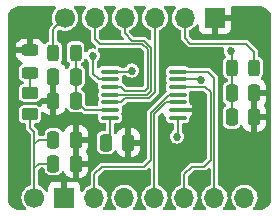
<source format=gtl>
G04 #@! TF.GenerationSoftware,KiCad,Pcbnew,(6.0.0-0)*
G04 #@! TF.CreationDate,2023-02-04T21:00:13-08:00*
G04 #@! TF.ProjectId,breakout,62726561-6b6f-4757-942e-6b696361645f,0.0.0*
G04 #@! TF.SameCoordinates,Original*
G04 #@! TF.FileFunction,Copper,L1,Top*
G04 #@! TF.FilePolarity,Positive*
%FSLAX46Y46*%
G04 Gerber Fmt 4.6, Leading zero omitted, Abs format (unit mm)*
G04 Created by KiCad (PCBNEW (6.0.0-0)) date 2023-02-04 21:00:13*
%MOMM*%
%LPD*%
G01*
G04 APERTURE LIST*
G04 Aperture macros list*
%AMRoundRect*
0 Rectangle with rounded corners*
0 $1 Rounding radius*
0 $2 $3 $4 $5 $6 $7 $8 $9 X,Y pos of 4 corners*
0 Add a 4 corners polygon primitive as box body*
4,1,4,$2,$3,$4,$5,$6,$7,$8,$9,$2,$3,0*
0 Add four circle primitives for the rounded corners*
1,1,$1+$1,$2,$3*
1,1,$1+$1,$4,$5*
1,1,$1+$1,$6,$7*
1,1,$1+$1,$8,$9*
0 Add four rect primitives between the rounded corners*
20,1,$1+$1,$2,$3,$4,$5,0*
20,1,$1+$1,$4,$5,$6,$7,0*
20,1,$1+$1,$6,$7,$8,$9,0*
20,1,$1+$1,$8,$9,$2,$3,0*%
G04 Aperture macros list end*
G04 #@! TA.AperFunction,SMDPad,CuDef*
%ADD10RoundRect,0.243750X0.243750X0.456250X-0.243750X0.456250X-0.243750X-0.456250X0.243750X-0.456250X0*%
G04 #@! TD*
G04 #@! TA.AperFunction,SMDPad,CuDef*
%ADD11RoundRect,0.243750X-0.243750X-0.456250X0.243750X-0.456250X0.243750X0.456250X-0.243750X0.456250X0*%
G04 #@! TD*
G04 #@! TA.AperFunction,SMDPad,CuDef*
%ADD12RoundRect,0.243750X-0.456250X0.243750X-0.456250X-0.243750X0.456250X-0.243750X0.456250X0.243750X0*%
G04 #@! TD*
G04 #@! TA.AperFunction,ComponentPad*
%ADD13C,1.700000*%
G04 #@! TD*
G04 #@! TA.AperFunction,ComponentPad*
%ADD14R,1.700000X1.700000*%
G04 #@! TD*
G04 #@! TA.AperFunction,ComponentPad*
%ADD15O,1.700000X1.700000*%
G04 #@! TD*
G04 #@! TA.AperFunction,SMDPad,CuDef*
%ADD16RoundRect,0.250000X-0.250000X-0.475000X0.250000X-0.475000X0.250000X0.475000X-0.250000X0.475000X0*%
G04 #@! TD*
G04 #@! TA.AperFunction,SMDPad,CuDef*
%ADD17RoundRect,0.250000X0.250000X0.475000X-0.250000X0.475000X-0.250000X-0.475000X0.250000X-0.475000X0*%
G04 #@! TD*
G04 #@! TA.AperFunction,SMDPad,CuDef*
%ADD18RoundRect,0.100000X-0.637500X-0.100000X0.637500X-0.100000X0.637500X0.100000X-0.637500X0.100000X0*%
G04 #@! TD*
G04 #@! TA.AperFunction,SMDPad,CuDef*
%ADD19RoundRect,0.250000X0.450000X-0.262500X0.450000X0.262500X-0.450000X0.262500X-0.450000X-0.262500X0*%
G04 #@! TD*
G04 #@! TA.AperFunction,ViaPad*
%ADD20C,0.685800*%
G04 #@! TD*
G04 #@! TA.AperFunction,Conductor*
%ADD21C,0.152400*%
G04 #@! TD*
G04 APERTURE END LIST*
D10*
X142542500Y-101854000D03*
X140667500Y-101854000D03*
D11*
X157655500Y-103124000D03*
X155780500Y-103124000D03*
D12*
X138684000Y-101678500D03*
X138684000Y-103553500D03*
D13*
X139065000Y-114148000D03*
D14*
X141605000Y-114148000D03*
D15*
X144145000Y-114148000D03*
X146685000Y-114148000D03*
X149225000Y-114148000D03*
X151765000Y-114148000D03*
X154305000Y-114148000D03*
X156845000Y-114148000D03*
D16*
X155768000Y-105283000D03*
X157668000Y-105283000D03*
D17*
X140675000Y-103886000D03*
X142575000Y-103886000D03*
D16*
X142575000Y-111252000D03*
X140675000Y-111252000D03*
D18*
X145473500Y-103460000D03*
X145473500Y-104110000D03*
X145473500Y-104760000D03*
X145473500Y-105410000D03*
X145473500Y-106060000D03*
X145473500Y-106710000D03*
X145473500Y-107360000D03*
X151198500Y-107360000D03*
X151198500Y-106710000D03*
X151198500Y-106060000D03*
X151198500Y-105410000D03*
X151198500Y-104760000D03*
X151198500Y-104110000D03*
X151198500Y-103460000D03*
D19*
X138684000Y-107084500D03*
X138684000Y-105259500D03*
D17*
X142575000Y-105918000D03*
X140675000Y-105918000D03*
D13*
X141635000Y-98908000D03*
D15*
X144175000Y-98908000D03*
X146715000Y-98908000D03*
X149255000Y-98908000D03*
X151795000Y-98908000D03*
D14*
X154335000Y-98908000D03*
D16*
X145100000Y-109474000D03*
X147000000Y-109474000D03*
X140675000Y-109220000D03*
X142575000Y-109220000D03*
X155768000Y-107315000D03*
X157668000Y-107315000D03*
D20*
X143891000Y-105918000D03*
X155702000Y-101727000D03*
X158242000Y-112522000D03*
X158242000Y-100076000D03*
X145542000Y-100076000D03*
X137668000Y-100076000D03*
X155702000Y-112522000D03*
X150622000Y-112522000D03*
X143002000Y-100076000D03*
X153162000Y-112522000D03*
X148082000Y-100076000D03*
X145542000Y-112522000D03*
X145542000Y-102108000D03*
X137668000Y-112522000D03*
X148082000Y-112522000D03*
X147320000Y-103378000D03*
X144018000Y-102108000D03*
X153162000Y-104140000D03*
X151130000Y-108966000D03*
D21*
X139065000Y-114148000D02*
X139065000Y-111633000D01*
X139065000Y-111633000D02*
X139065000Y-109601000D01*
X140675000Y-111252000D02*
X139446000Y-111252000D01*
X139446000Y-111252000D02*
X139065000Y-111633000D01*
X139065000Y-109601000D02*
X139065000Y-108585000D01*
X140675000Y-109220000D02*
X139446000Y-109220000D01*
X139446000Y-109220000D02*
X139065000Y-109601000D01*
X139065000Y-108585000D02*
X138684000Y-108204000D01*
X138684000Y-108204000D02*
X138684000Y-107084500D01*
X138684000Y-105259500D02*
X138684000Y-103553500D01*
X145473500Y-106710000D02*
X143367000Y-106710000D01*
X143367000Y-106710000D02*
X142575000Y-105918000D01*
X142575000Y-103886000D02*
X142575000Y-105918000D01*
X142542500Y-101854000D02*
X142542500Y-103853500D01*
X142542500Y-103853500D02*
X142575000Y-103886000D01*
X140667500Y-101854000D02*
X140667500Y-99875500D01*
X140667500Y-99875500D02*
X141635000Y-98908000D01*
X155768000Y-105283000D02*
X155768000Y-107315000D01*
X155780500Y-103124000D02*
X155780500Y-105270500D01*
X155780500Y-105270500D02*
X155768000Y-105283000D01*
X155780500Y-103124000D02*
X155780500Y-101805500D01*
X155780500Y-101805500D02*
X155702000Y-101727000D01*
X151795000Y-98908000D02*
X151795000Y-100614000D01*
X151795000Y-100614000D02*
X152273000Y-101092000D01*
X152273000Y-101092000D02*
X156972000Y-101092000D01*
X156972000Y-101092000D02*
X157655500Y-101775500D01*
X157655500Y-101775500D02*
X157655500Y-103124000D01*
X147238000Y-103460000D02*
X147320000Y-103378000D01*
X145473500Y-103460000D02*
X147238000Y-103460000D01*
X147320000Y-100838000D02*
X146715000Y-100233000D01*
X148950680Y-101452680D02*
X148336000Y-100838000D01*
X146715000Y-100233000D02*
X146715000Y-98908000D01*
X148625093Y-105410000D02*
X148950680Y-105084413D01*
X145473500Y-105410000D02*
X148625093Y-105410000D01*
X148336000Y-100838000D02*
X147320000Y-100838000D01*
X148950680Y-105084413D02*
X148950680Y-101452680D01*
X144018000Y-103632000D02*
X144018000Y-102108000D01*
X145473500Y-104110000D02*
X144496000Y-104110000D01*
X144496000Y-104110000D02*
X144018000Y-103632000D01*
X144576320Y-101142320D02*
X144175000Y-100741000D01*
X148386320Y-105105680D02*
X148646360Y-104845640D01*
X146761680Y-105105680D02*
X148386320Y-105105680D01*
X148646360Y-101578734D02*
X148209946Y-101142320D01*
X148209946Y-101142320D02*
X144576320Y-101142320D01*
X146416000Y-104760000D02*
X146761680Y-105105680D01*
X144175000Y-100741000D02*
X144175000Y-98908000D01*
X148646360Y-104845640D02*
X148646360Y-101578734D01*
X145473500Y-104760000D02*
X146416000Y-104760000D01*
X149255000Y-105210467D02*
X149255000Y-98908000D01*
X148751147Y-105714320D02*
X149255000Y-105210467D01*
X145473500Y-106060000D02*
X146416000Y-106060000D01*
X146416000Y-106060000D02*
X146761680Y-105714320D01*
X146761680Y-105714320D02*
X148751147Y-105714320D01*
X145473500Y-109100500D02*
X145100000Y-109474000D01*
X145473500Y-107360000D02*
X145473500Y-109100500D01*
X150226000Y-106060000D02*
X149225000Y-107061000D01*
X149225000Y-107061000D02*
X149225000Y-114148000D01*
X151198500Y-106060000D02*
X150226000Y-106060000D01*
X144780000Y-111506000D02*
X144145000Y-112141000D01*
X148920680Y-106934946D02*
X148920680Y-110921320D01*
X144145000Y-112141000D02*
X144145000Y-114148000D01*
X150445626Y-105410000D02*
X148920680Y-106934946D01*
X151198500Y-105410000D02*
X150445626Y-105410000D01*
X148336000Y-111506000D02*
X144780000Y-111506000D01*
X148920680Y-110921320D02*
X148336000Y-111506000D01*
X154000680Y-105232680D02*
X153528000Y-104760000D01*
X151765000Y-112141000D02*
X152400000Y-111506000D01*
X152400000Y-111506000D02*
X153416000Y-111506000D01*
X154000680Y-110921320D02*
X154000680Y-105232680D01*
X151765000Y-114148000D02*
X151765000Y-112141000D01*
X153528000Y-104760000D02*
X151198500Y-104760000D01*
X153416000Y-111506000D02*
X154000680Y-110921320D01*
X153132000Y-104110000D02*
X153162000Y-104140000D01*
X151198500Y-104110000D02*
X153132000Y-104110000D01*
X153752000Y-103460000D02*
X154305000Y-104013000D01*
X154305000Y-104013000D02*
X154305000Y-114148000D01*
X151198500Y-103460000D02*
X153752000Y-103460000D01*
X151198500Y-108897500D02*
X151130000Y-108966000D01*
X151198500Y-107360000D02*
X151198500Y-108897500D01*
G04 #@! TA.AperFunction,Conductor*
G36*
X153406951Y-105110702D02*
G01*
X153427925Y-105127605D01*
X153633075Y-105332755D01*
X153667101Y-105395067D01*
X153669980Y-105421850D01*
X153669980Y-110732150D01*
X153649978Y-110800271D01*
X153633075Y-110821245D01*
X153315925Y-111138395D01*
X153253613Y-111172421D01*
X153226830Y-111175300D01*
X152419949Y-111175300D01*
X152408968Y-111174821D01*
X152381709Y-111172436D01*
X152381708Y-111172436D01*
X152370733Y-111171476D01*
X152333661Y-111181409D01*
X152322947Y-111183784D01*
X152307100Y-111186578D01*
X152296003Y-111188535D01*
X152296002Y-111188535D01*
X152285149Y-111190449D01*
X152275604Y-111195960D01*
X152272111Y-111197231D01*
X152268733Y-111198806D01*
X152258084Y-111201660D01*
X152249053Y-111207984D01*
X152249050Y-111207985D01*
X152226645Y-111223673D01*
X152217375Y-111229579D01*
X152184151Y-111248761D01*
X152177068Y-111257202D01*
X152177067Y-111257203D01*
X152159488Y-111278153D01*
X152152063Y-111286256D01*
X151545263Y-111893057D01*
X151537159Y-111900483D01*
X151507761Y-111925151D01*
X151489877Y-111956126D01*
X151488578Y-111958376D01*
X151482673Y-111967645D01*
X151466985Y-111990050D01*
X151466984Y-111990053D01*
X151460660Y-111999084D01*
X151457806Y-112009733D01*
X151456231Y-112013111D01*
X151454960Y-112016604D01*
X151449449Y-112026149D01*
X151447535Y-112037002D01*
X151447535Y-112037003D01*
X151442785Y-112063943D01*
X151440409Y-112074661D01*
X151430476Y-112111733D01*
X151431436Y-112122708D01*
X151431436Y-112122709D01*
X151433821Y-112149968D01*
X151434300Y-112160949D01*
X151434300Y-113004836D01*
X151414298Y-113072957D01*
X151360642Y-113119450D01*
X151351914Y-113123047D01*
X151287463Y-113146824D01*
X151113010Y-113250612D01*
X151108670Y-113254418D01*
X151108666Y-113254421D01*
X151088723Y-113271911D01*
X150960392Y-113384455D01*
X150834720Y-113543869D01*
X150832031Y-113548980D01*
X150832029Y-113548983D01*
X150820507Y-113570883D01*
X150740203Y-113723515D01*
X150680007Y-113917378D01*
X150656148Y-114118964D01*
X150669424Y-114321522D01*
X150670845Y-114327118D01*
X150670846Y-114327123D01*
X150689863Y-114402000D01*
X150719392Y-114518269D01*
X150721809Y-114523512D01*
X150759010Y-114604208D01*
X150804377Y-114702616D01*
X150921533Y-114868389D01*
X150925675Y-114872424D01*
X151019395Y-114963721D01*
X151054233Y-115025582D01*
X151050096Y-115096458D01*
X151008297Y-115153846D01*
X150942108Y-115179525D01*
X150931474Y-115179975D01*
X150060149Y-115179975D01*
X149992028Y-115159973D01*
X149945535Y-115106317D01*
X149935431Y-115036043D01*
X149964925Y-114971463D01*
X149979580Y-114957101D01*
X150004908Y-114936036D01*
X150004914Y-114936030D01*
X150009345Y-114932345D01*
X150098752Y-114824846D01*
X150135453Y-114780718D01*
X150135455Y-114780715D01*
X150139147Y-114776276D01*
X150238334Y-114599165D01*
X150240190Y-114593698D01*
X150240192Y-114593693D01*
X150301728Y-114412414D01*
X150301729Y-114412409D01*
X150303584Y-114406945D01*
X150304412Y-114401236D01*
X150304413Y-114401231D01*
X150332179Y-114209727D01*
X150332712Y-114206053D01*
X150334232Y-114148000D01*
X150315658Y-113945859D01*
X150314090Y-113940299D01*
X150262125Y-113756046D01*
X150262124Y-113756044D01*
X150260557Y-113750487D01*
X150249978Y-113729033D01*
X150173331Y-113573609D01*
X150170776Y-113568428D01*
X150049320Y-113405779D01*
X149900258Y-113267987D01*
X149895375Y-113264906D01*
X149895371Y-113264903D01*
X149733464Y-113162748D01*
X149728581Y-113159667D01*
X149723217Y-113157527D01*
X149635009Y-113122335D01*
X149579150Y-113078514D01*
X149555700Y-113005305D01*
X149555700Y-107250171D01*
X149575702Y-107182050D01*
X149592605Y-107161076D01*
X149781508Y-106972173D01*
X149843820Y-106938147D01*
X149914635Y-106943212D01*
X149971471Y-106985759D01*
X149987012Y-107013050D01*
X150026753Y-107108993D01*
X150034941Y-107123176D01*
X150122344Y-107237080D01*
X150133917Y-107248653D01*
X150157205Y-107266523D01*
X150199072Y-107323862D01*
X150206500Y-107366485D01*
X150206500Y-107493602D01*
X150207170Y-107498152D01*
X150207170Y-107498155D01*
X150215331Y-107553592D01*
X150216757Y-107563278D01*
X150230743Y-107591764D01*
X150263926Y-107659349D01*
X150268770Y-107669216D01*
X150352294Y-107752595D01*
X150458323Y-107804423D01*
X150488645Y-107808847D01*
X150522872Y-107813840D01*
X150522876Y-107813840D01*
X150527398Y-107814500D01*
X150741800Y-107814500D01*
X150809921Y-107834502D01*
X150856414Y-107888158D01*
X150867800Y-107940500D01*
X150867800Y-108352050D01*
X150847798Y-108420171D01*
X150818504Y-108452013D01*
X150711067Y-108534452D01*
X150703929Y-108539929D01*
X150608172Y-108664723D01*
X150547977Y-108810047D01*
X150527445Y-108966000D01*
X150547977Y-109121953D01*
X150608172Y-109267277D01*
X150703929Y-109392071D01*
X150828722Y-109487828D01*
X150974047Y-109548023D01*
X151130000Y-109568555D01*
X151285953Y-109548023D01*
X151431278Y-109487828D01*
X151556071Y-109392071D01*
X151651828Y-109267277D01*
X151712023Y-109121953D01*
X151732555Y-108966000D01*
X151712023Y-108810047D01*
X151651828Y-108664723D01*
X151556071Y-108539929D01*
X151558695Y-108537916D01*
X151532079Y-108489174D01*
X151529200Y-108462391D01*
X151529200Y-107940500D01*
X151549202Y-107872379D01*
X151602858Y-107825886D01*
X151655200Y-107814500D01*
X151869602Y-107814500D01*
X151874152Y-107813830D01*
X151874155Y-107813830D01*
X151929592Y-107805669D01*
X151929593Y-107805669D01*
X151939278Y-107804243D01*
X151989678Y-107779498D01*
X152035868Y-107756820D01*
X152035870Y-107756819D01*
X152045216Y-107752230D01*
X152128595Y-107668706D01*
X152180423Y-107562677D01*
X152190500Y-107493602D01*
X152190500Y-107366485D01*
X152210502Y-107298364D01*
X152239795Y-107266523D01*
X152263083Y-107248653D01*
X152274656Y-107237080D01*
X152362059Y-107123176D01*
X152370247Y-107108993D01*
X152425189Y-106976351D01*
X152429428Y-106960531D01*
X152433716Y-106927960D01*
X152431505Y-106913778D01*
X152418348Y-106910000D01*
X151909589Y-106910000D01*
X151891400Y-106908680D01*
X151874128Y-106906160D01*
X151874124Y-106906160D01*
X151869602Y-106905500D01*
X151124500Y-106905500D01*
X151056379Y-106885498D01*
X151009886Y-106831842D01*
X150998500Y-106779500D01*
X150998500Y-106640500D01*
X151018502Y-106572379D01*
X151072158Y-106525886D01*
X151124500Y-106514500D01*
X151869602Y-106514500D01*
X151874151Y-106513830D01*
X151874156Y-106513830D01*
X151891048Y-106511343D01*
X151909398Y-106510000D01*
X152417965Y-106510000D01*
X152431736Y-106505956D01*
X152433765Y-106492417D01*
X152429428Y-106459467D01*
X152425190Y-106443652D01*
X152370247Y-106311007D01*
X152362059Y-106296824D01*
X152274656Y-106182920D01*
X152263083Y-106171347D01*
X152239795Y-106153477D01*
X152197928Y-106096138D01*
X152190500Y-106053515D01*
X152190500Y-105926398D01*
X152181757Y-105867003D01*
X152181669Y-105866408D01*
X152181669Y-105866407D01*
X152180243Y-105856722D01*
X152156888Y-105809153D01*
X152147760Y-105790560D01*
X152135692Y-105720597D01*
X152147663Y-105679697D01*
X152167633Y-105638843D01*
X152180423Y-105612677D01*
X152187183Y-105566339D01*
X152189840Y-105548128D01*
X152189840Y-105548124D01*
X152190500Y-105543602D01*
X152190500Y-105276398D01*
X152189830Y-105271847D01*
X152189829Y-105271833D01*
X152184414Y-105235052D01*
X152194281Y-105164744D01*
X152240593Y-105110932D01*
X152309070Y-105090700D01*
X153338830Y-105090700D01*
X153406951Y-105110702D01*
G37*
G04 #@! TD.AperFunction*
G04 #@! TA.AperFunction,Conductor*
G36*
X153892332Y-111601514D02*
G01*
X153949168Y-111644061D01*
X153973979Y-111710581D01*
X153974300Y-111719570D01*
X153974300Y-113004836D01*
X153954298Y-113072957D01*
X153900642Y-113119450D01*
X153891914Y-113123047D01*
X153827463Y-113146824D01*
X153653010Y-113250612D01*
X153648670Y-113254418D01*
X153648666Y-113254421D01*
X153628723Y-113271911D01*
X153500392Y-113384455D01*
X153374720Y-113543869D01*
X153372031Y-113548980D01*
X153372029Y-113548983D01*
X153360507Y-113570883D01*
X153280203Y-113723515D01*
X153220007Y-113917378D01*
X153196148Y-114118964D01*
X153209424Y-114321522D01*
X153210845Y-114327118D01*
X153210846Y-114327123D01*
X153229863Y-114402000D01*
X153259392Y-114518269D01*
X153261809Y-114523512D01*
X153299010Y-114604208D01*
X153344377Y-114702616D01*
X153461533Y-114868389D01*
X153465675Y-114872424D01*
X153559395Y-114963721D01*
X153594233Y-115025582D01*
X153590096Y-115096458D01*
X153548297Y-115153846D01*
X153482108Y-115179525D01*
X153471474Y-115179975D01*
X152600149Y-115179975D01*
X152532028Y-115159973D01*
X152485535Y-115106317D01*
X152475431Y-115036043D01*
X152504925Y-114971463D01*
X152519580Y-114957101D01*
X152544908Y-114936036D01*
X152544914Y-114936030D01*
X152549345Y-114932345D01*
X152638752Y-114824846D01*
X152675453Y-114780718D01*
X152675455Y-114780715D01*
X152679147Y-114776276D01*
X152778334Y-114599165D01*
X152780190Y-114593698D01*
X152780192Y-114593693D01*
X152841728Y-114412414D01*
X152841729Y-114412409D01*
X152843584Y-114406945D01*
X152844412Y-114401236D01*
X152844413Y-114401231D01*
X152872179Y-114209727D01*
X152872712Y-114206053D01*
X152874232Y-114148000D01*
X152855658Y-113945859D01*
X152854090Y-113940299D01*
X152802125Y-113756046D01*
X152802124Y-113756044D01*
X152800557Y-113750487D01*
X152789978Y-113729033D01*
X152713331Y-113573609D01*
X152710776Y-113568428D01*
X152589320Y-113405779D01*
X152440258Y-113267987D01*
X152435375Y-113264906D01*
X152435371Y-113264903D01*
X152273464Y-113162748D01*
X152268581Y-113159667D01*
X152263217Y-113157527D01*
X152175009Y-113122335D01*
X152119150Y-113078514D01*
X152095700Y-113005305D01*
X152095700Y-112330171D01*
X152115702Y-112262050D01*
X152132605Y-112241075D01*
X152500077Y-111873604D01*
X152562389Y-111839579D01*
X152589172Y-111836700D01*
X153396051Y-111836700D01*
X153407032Y-111837179D01*
X153434291Y-111839564D01*
X153434292Y-111839564D01*
X153445267Y-111840524D01*
X153482339Y-111830591D01*
X153493053Y-111828216D01*
X153508900Y-111825422D01*
X153519997Y-111823465D01*
X153519998Y-111823465D01*
X153530851Y-111821551D01*
X153540396Y-111816040D01*
X153543889Y-111814769D01*
X153547267Y-111813194D01*
X153557916Y-111810340D01*
X153566947Y-111804016D01*
X153566950Y-111804015D01*
X153589355Y-111788327D01*
X153598624Y-111782422D01*
X153611901Y-111774756D01*
X153631849Y-111763239D01*
X153638933Y-111754796D01*
X153638936Y-111754794D01*
X153656522Y-111733836D01*
X153663948Y-111725732D01*
X153759205Y-111630475D01*
X153821517Y-111596449D01*
X153892332Y-111601514D01*
G37*
G04 #@! TD.AperFunction*
G04 #@! TA.AperFunction,Conductor*
G36*
X148812332Y-111601514D02*
G01*
X148869168Y-111644061D01*
X148893979Y-111710581D01*
X148894300Y-111719570D01*
X148894300Y-113004836D01*
X148874298Y-113072957D01*
X148820642Y-113119450D01*
X148811914Y-113123047D01*
X148747463Y-113146824D01*
X148573010Y-113250612D01*
X148568670Y-113254418D01*
X148568666Y-113254421D01*
X148548723Y-113271911D01*
X148420392Y-113384455D01*
X148294720Y-113543869D01*
X148292031Y-113548980D01*
X148292029Y-113548983D01*
X148280507Y-113570883D01*
X148200203Y-113723515D01*
X148140007Y-113917378D01*
X148116148Y-114118964D01*
X148129424Y-114321522D01*
X148130845Y-114327118D01*
X148130846Y-114327123D01*
X148149863Y-114402000D01*
X148179392Y-114518269D01*
X148181809Y-114523512D01*
X148219010Y-114604208D01*
X148264377Y-114702616D01*
X148381533Y-114868389D01*
X148385675Y-114872424D01*
X148479395Y-114963721D01*
X148514233Y-115025582D01*
X148510096Y-115096458D01*
X148468297Y-115153846D01*
X148402108Y-115179525D01*
X148391480Y-115179975D01*
X147956609Y-115179975D01*
X147520150Y-115179974D01*
X147452029Y-115159972D01*
X147405536Y-115106316D01*
X147395433Y-115036042D01*
X147424926Y-114971461D01*
X147439579Y-114957101D01*
X147469345Y-114932345D01*
X147558752Y-114824846D01*
X147595453Y-114780718D01*
X147595455Y-114780715D01*
X147599147Y-114776276D01*
X147698334Y-114599165D01*
X147700190Y-114593698D01*
X147700192Y-114593693D01*
X147761728Y-114412414D01*
X147761729Y-114412409D01*
X147763584Y-114406945D01*
X147764412Y-114401236D01*
X147764413Y-114401231D01*
X147792179Y-114209727D01*
X147792712Y-114206053D01*
X147794232Y-114148000D01*
X147775658Y-113945859D01*
X147774090Y-113940299D01*
X147722125Y-113756046D01*
X147722124Y-113756044D01*
X147720557Y-113750487D01*
X147709978Y-113729033D01*
X147633331Y-113573609D01*
X147630776Y-113568428D01*
X147509320Y-113405779D01*
X147360258Y-113267987D01*
X147355375Y-113264906D01*
X147355371Y-113264903D01*
X147193464Y-113162748D01*
X147188581Y-113159667D01*
X147000039Y-113084446D01*
X146994379Y-113083320D01*
X146994375Y-113083319D01*
X146806613Y-113045971D01*
X146806610Y-113045971D01*
X146800946Y-113044844D01*
X146795171Y-113044768D01*
X146795167Y-113044768D01*
X146693793Y-113043441D01*
X146597971Y-113042187D01*
X146592274Y-113043166D01*
X146592273Y-113043166D01*
X146494620Y-113059946D01*
X146397910Y-113076564D01*
X146207463Y-113146824D01*
X146033010Y-113250612D01*
X146028670Y-113254418D01*
X146028666Y-113254421D01*
X146008723Y-113271911D01*
X145880392Y-113384455D01*
X145754720Y-113543869D01*
X145752031Y-113548980D01*
X145752029Y-113548983D01*
X145740507Y-113570883D01*
X145660203Y-113723515D01*
X145600007Y-113917378D01*
X145576148Y-114118964D01*
X145589424Y-114321522D01*
X145590845Y-114327118D01*
X145590846Y-114327123D01*
X145609863Y-114402000D01*
X145639392Y-114518269D01*
X145641809Y-114523512D01*
X145679010Y-114604208D01*
X145724377Y-114702616D01*
X145841533Y-114868389D01*
X145845675Y-114872424D01*
X145939394Y-114963720D01*
X145974232Y-115025581D01*
X145970095Y-115096457D01*
X145928296Y-115153845D01*
X145862107Y-115179524D01*
X145851473Y-115179974D01*
X144980151Y-115179974D01*
X144912030Y-115159972D01*
X144865537Y-115106316D01*
X144855433Y-115036042D01*
X144884927Y-114971462D01*
X144899581Y-114957101D01*
X144924906Y-114936038D01*
X144924914Y-114936030D01*
X144929345Y-114932345D01*
X145018752Y-114824846D01*
X145055453Y-114780718D01*
X145055455Y-114780715D01*
X145059147Y-114776276D01*
X145158334Y-114599165D01*
X145160190Y-114593698D01*
X145160192Y-114593693D01*
X145221728Y-114412414D01*
X145221729Y-114412409D01*
X145223584Y-114406945D01*
X145224412Y-114401236D01*
X145224413Y-114401231D01*
X145252179Y-114209727D01*
X145252712Y-114206053D01*
X145254232Y-114148000D01*
X145235658Y-113945859D01*
X145234090Y-113940299D01*
X145182125Y-113756046D01*
X145182124Y-113756044D01*
X145180557Y-113750487D01*
X145169978Y-113729033D01*
X145093331Y-113573609D01*
X145090776Y-113568428D01*
X144969320Y-113405779D01*
X144820258Y-113267987D01*
X144815375Y-113264906D01*
X144815371Y-113264903D01*
X144653464Y-113162748D01*
X144648581Y-113159667D01*
X144643217Y-113157527D01*
X144555009Y-113122335D01*
X144499150Y-113078514D01*
X144475700Y-113005305D01*
X144475700Y-112330171D01*
X144495702Y-112262050D01*
X144512605Y-112241075D01*
X144880077Y-111873604D01*
X144942389Y-111839579D01*
X144969172Y-111836700D01*
X148316051Y-111836700D01*
X148327032Y-111837179D01*
X148354291Y-111839564D01*
X148354292Y-111839564D01*
X148365267Y-111840524D01*
X148402339Y-111830591D01*
X148413053Y-111828216D01*
X148428900Y-111825422D01*
X148439997Y-111823465D01*
X148439998Y-111823465D01*
X148450851Y-111821551D01*
X148460396Y-111816040D01*
X148463889Y-111814769D01*
X148467267Y-111813194D01*
X148477916Y-111810340D01*
X148486947Y-111804016D01*
X148486950Y-111804015D01*
X148509355Y-111788327D01*
X148518624Y-111782422D01*
X148531901Y-111774756D01*
X148551849Y-111763239D01*
X148558933Y-111754796D01*
X148558936Y-111754794D01*
X148576522Y-111733836D01*
X148583948Y-111725732D01*
X148679205Y-111630475D01*
X148741517Y-111596449D01*
X148812332Y-111601514D01*
G37*
G04 #@! TD.AperFunction*
G04 #@! TA.AperFunction,Conductor*
G36*
X140813251Y-97946027D02*
G01*
X140859744Y-97999683D01*
X140869848Y-98069957D01*
X140836527Y-98138758D01*
X140834735Y-98140646D01*
X140830392Y-98144455D01*
X140826817Y-98148990D01*
X140826816Y-98148991D01*
X140815201Y-98163725D01*
X140704720Y-98303869D01*
X140702031Y-98308980D01*
X140702029Y-98308983D01*
X140689073Y-98333609D01*
X140610203Y-98483515D01*
X140550007Y-98677378D01*
X140526148Y-98878964D01*
X140539424Y-99081522D01*
X140540845Y-99087118D01*
X140540846Y-99087123D01*
X140587971Y-99272674D01*
X140589392Y-99278269D01*
X140618152Y-99340655D01*
X140628507Y-99410889D01*
X140599245Y-99475575D01*
X140592821Y-99482499D01*
X140447768Y-99627552D01*
X140439664Y-99634978D01*
X140418706Y-99652564D01*
X140418704Y-99652567D01*
X140410261Y-99659651D01*
X140391882Y-99691483D01*
X140391078Y-99692876D01*
X140385173Y-99702145D01*
X140369485Y-99724550D01*
X140369484Y-99724553D01*
X140363160Y-99733584D01*
X140360306Y-99744233D01*
X140358731Y-99747611D01*
X140357460Y-99751104D01*
X140351949Y-99760649D01*
X140350035Y-99771502D01*
X140350035Y-99771503D01*
X140345285Y-99798443D01*
X140342909Y-99809161D01*
X140332976Y-99846233D01*
X140333936Y-99857208D01*
X140333936Y-99857209D01*
X140336321Y-99884468D01*
X140336800Y-99895449D01*
X140336800Y-100810866D01*
X140316798Y-100878987D01*
X140263142Y-100925480D01*
X140255064Y-100928834D01*
X140182018Y-100956217D01*
X140174835Y-100961601D01*
X140174834Y-100961601D01*
X140162492Y-100970851D01*
X140067811Y-101041811D01*
X140062429Y-101048992D01*
X140021579Y-101103498D01*
X139964720Y-101146013D01*
X139893901Y-101151039D01*
X139831608Y-101116979D01*
X139813609Y-101094236D01*
X139737256Y-100970851D01*
X139728220Y-100959450D01*
X139614521Y-100845949D01*
X139603110Y-100836937D01*
X139466346Y-100752635D01*
X139453168Y-100746491D01*
X139300260Y-100695773D01*
X139286894Y-100692907D01*
X139193399Y-100683328D01*
X139186984Y-100683000D01*
X138956115Y-100683000D01*
X138940876Y-100687475D01*
X138939671Y-100688865D01*
X138938000Y-100696548D01*
X138938000Y-101806500D01*
X138917998Y-101874621D01*
X138864342Y-101921114D01*
X138812000Y-101932500D01*
X137494116Y-101932500D01*
X137478877Y-101936975D01*
X137477672Y-101938365D01*
X137476001Y-101946048D01*
X137476001Y-101968933D01*
X137476338Y-101975452D01*
X137486166Y-102070170D01*
X137489058Y-102083564D01*
X137540036Y-102236365D01*
X137546210Y-102249543D01*
X137630744Y-102386149D01*
X137639780Y-102397550D01*
X137753479Y-102511051D01*
X137764890Y-102520063D01*
X137901654Y-102604365D01*
X137914831Y-102610509D01*
X137979221Y-102631866D01*
X138037581Y-102672296D01*
X138064818Y-102737860D01*
X138052285Y-102807742D01*
X138000061Y-102861980D01*
X137994425Y-102865065D01*
X137986018Y-102868217D01*
X137978835Y-102873601D01*
X137978834Y-102873601D01*
X137885978Y-102943193D01*
X137871811Y-102953811D01*
X137866429Y-102960992D01*
X137825520Y-103015577D01*
X137786217Y-103068018D01*
X137783065Y-103076426D01*
X137742897Y-103183578D01*
X137736119Y-103201658D01*
X137729500Y-103262585D01*
X137729501Y-103844414D01*
X137729870Y-103847808D01*
X137729870Y-103847814D01*
X137734974Y-103894798D01*
X137736119Y-103905342D01*
X137738894Y-103912744D01*
X137738894Y-103912745D01*
X137779839Y-104021968D01*
X137786217Y-104038982D01*
X137791601Y-104046165D01*
X137791601Y-104046166D01*
X137815834Y-104078500D01*
X137871811Y-104153189D01*
X137878992Y-104158571D01*
X137956664Y-104216783D01*
X137986018Y-104238783D01*
X138056212Y-104265097D01*
X138087903Y-104276977D01*
X138144668Y-104319618D01*
X138169368Y-104386179D01*
X138154161Y-104455528D01*
X138103875Y-104505647D01*
X138087904Y-104512940D01*
X137989236Y-104549929D01*
X137982057Y-104555309D01*
X137982054Y-104555311D01*
X137900584Y-104616370D01*
X137873596Y-104636596D01*
X137868215Y-104643776D01*
X137792311Y-104745054D01*
X137792309Y-104745057D01*
X137786929Y-104752236D01*
X137736202Y-104887552D01*
X137729500Y-104949244D01*
X137729500Y-105569756D01*
X137736202Y-105631448D01*
X137786929Y-105766764D01*
X137792309Y-105773943D01*
X137792311Y-105773946D01*
X137848213Y-105848535D01*
X137873596Y-105882404D01*
X137880776Y-105887785D01*
X137982054Y-105963689D01*
X137982057Y-105963691D01*
X137989236Y-105969071D01*
X138062796Y-105996647D01*
X138117157Y-106017026D01*
X138117159Y-106017026D01*
X138124552Y-106019798D01*
X138132402Y-106020651D01*
X138132403Y-106020651D01*
X138182847Y-106026131D01*
X138186244Y-106026500D01*
X139181756Y-106026500D01*
X139185153Y-106026131D01*
X139235597Y-106020651D01*
X139235598Y-106020651D01*
X139243448Y-106019798D01*
X139250841Y-106017026D01*
X139250843Y-106017026D01*
X139305204Y-105996647D01*
X139378764Y-105969071D01*
X139385943Y-105963691D01*
X139385946Y-105963689D01*
X139487224Y-105887785D01*
X139494404Y-105882404D01*
X139519787Y-105848535D01*
X139575689Y-105773946D01*
X139575691Y-105773943D01*
X139581071Y-105766764D01*
X139588941Y-105745769D01*
X139631583Y-105689006D01*
X139698144Y-105664306D01*
X139706923Y-105664000D01*
X140402885Y-105664000D01*
X140418124Y-105659525D01*
X140419329Y-105658135D01*
X140421000Y-105650452D01*
X140421000Y-103758000D01*
X140441002Y-103689879D01*
X140494658Y-103643386D01*
X140547000Y-103632000D01*
X140803000Y-103632000D01*
X140871121Y-103652002D01*
X140917614Y-103705658D01*
X140929000Y-103758000D01*
X140929000Y-107132884D01*
X140933475Y-107148123D01*
X140934865Y-107149328D01*
X140942548Y-107150999D01*
X140972095Y-107150999D01*
X140978614Y-107150662D01*
X141074206Y-107140743D01*
X141087600Y-107137851D01*
X141241784Y-107086412D01*
X141254962Y-107080239D01*
X141392807Y-106994937D01*
X141404208Y-106985901D01*
X141518739Y-106871171D01*
X141527751Y-106859760D01*
X141612816Y-106721757D01*
X141618964Y-106708574D01*
X141640717Y-106642990D01*
X141681147Y-106584630D01*
X141746712Y-106557393D01*
X141816593Y-106569926D01*
X141870830Y-106622147D01*
X141874777Y-106629357D01*
X141877929Y-106637764D01*
X141883314Y-106644949D01*
X141883315Y-106644951D01*
X141917747Y-106690893D01*
X141964596Y-106753404D01*
X141971776Y-106758785D01*
X142073054Y-106834689D01*
X142073057Y-106834691D01*
X142080236Y-106840071D01*
X142142211Y-106863304D01*
X142208157Y-106888026D01*
X142208159Y-106888026D01*
X142215552Y-106890798D01*
X142223402Y-106891651D01*
X142223403Y-106891651D01*
X142241252Y-106893590D01*
X142277244Y-106897500D01*
X142872756Y-106897500D01*
X142908748Y-106893590D01*
X142926597Y-106891651D01*
X142926598Y-106891651D01*
X142934448Y-106890798D01*
X142964439Y-106879555D01*
X143035244Y-106874372D01*
X143097762Y-106908442D01*
X143119052Y-106929732D01*
X143126478Y-106937836D01*
X143144064Y-106958794D01*
X143144067Y-106958796D01*
X143151151Y-106967239D01*
X143178039Y-106982763D01*
X143184376Y-106986422D01*
X143193645Y-106992327D01*
X143216050Y-107008015D01*
X143216053Y-107008016D01*
X143225084Y-107014340D01*
X143235733Y-107017194D01*
X143239111Y-107018769D01*
X143242604Y-107020040D01*
X143252149Y-107025551D01*
X143263002Y-107027465D01*
X143263003Y-107027465D01*
X143274100Y-107029422D01*
X143289947Y-107032216D01*
X143300661Y-107034591D01*
X143337733Y-107044524D01*
X143348708Y-107043564D01*
X143348709Y-107043564D01*
X143375968Y-107041179D01*
X143386949Y-107040700D01*
X144362876Y-107040700D01*
X144430997Y-107060702D01*
X144477490Y-107114358D01*
X144487556Y-107184888D01*
X144481500Y-107226398D01*
X144481500Y-107493602D01*
X144482170Y-107498152D01*
X144482170Y-107498155D01*
X144490331Y-107553592D01*
X144491757Y-107563278D01*
X144505743Y-107591764D01*
X144538926Y-107659349D01*
X144543770Y-107669216D01*
X144627294Y-107752595D01*
X144733323Y-107804423D01*
X144763645Y-107808847D01*
X144797872Y-107813840D01*
X144797876Y-107813840D01*
X144802398Y-107814500D01*
X145016800Y-107814500D01*
X145084921Y-107834502D01*
X145131414Y-107888158D01*
X145142800Y-107940500D01*
X145142800Y-108368500D01*
X145122798Y-108436621D01*
X145069142Y-108483114D01*
X145016800Y-108494500D01*
X144802244Y-108494500D01*
X144798848Y-108494869D01*
X144798847Y-108494869D01*
X144748403Y-108500349D01*
X144748402Y-108500349D01*
X144740552Y-108501202D01*
X144733159Y-108503974D01*
X144733157Y-108503974D01*
X144708109Y-108513364D01*
X144605236Y-108551929D01*
X144598057Y-108557309D01*
X144598054Y-108557311D01*
X144541847Y-108599436D01*
X144489596Y-108638596D01*
X144484215Y-108645776D01*
X144408311Y-108747054D01*
X144408309Y-108747057D01*
X144402929Y-108754236D01*
X144352202Y-108889552D01*
X144345500Y-108951244D01*
X144345500Y-109996756D01*
X144352202Y-110058448D01*
X144402929Y-110193764D01*
X144408309Y-110200943D01*
X144408311Y-110200946D01*
X144454707Y-110262852D01*
X144489596Y-110309404D01*
X144496776Y-110314785D01*
X144598054Y-110390689D01*
X144598057Y-110390691D01*
X144605236Y-110396071D01*
X144679140Y-110423776D01*
X144733157Y-110444026D01*
X144733159Y-110444026D01*
X144740552Y-110446798D01*
X144748402Y-110447651D01*
X144748403Y-110447651D01*
X144798847Y-110453131D01*
X144802244Y-110453500D01*
X145397756Y-110453500D01*
X145401153Y-110453131D01*
X145451597Y-110447651D01*
X145451598Y-110447651D01*
X145459448Y-110446798D01*
X145466841Y-110444026D01*
X145466843Y-110444026D01*
X145520860Y-110423776D01*
X145594764Y-110396071D01*
X145601943Y-110390691D01*
X145601946Y-110390689D01*
X145703224Y-110314785D01*
X145710404Y-110309404D01*
X145797071Y-110193764D01*
X145800223Y-110185355D01*
X145804181Y-110178126D01*
X145854438Y-110127979D01*
X145923829Y-110112964D01*
X145990322Y-110137848D01*
X146034226Y-110198757D01*
X146056588Y-110265784D01*
X146062761Y-110278962D01*
X146148063Y-110416807D01*
X146157099Y-110428208D01*
X146271829Y-110542739D01*
X146283240Y-110551751D01*
X146421243Y-110636816D01*
X146434424Y-110642963D01*
X146588710Y-110694138D01*
X146602086Y-110697005D01*
X146696438Y-110706672D01*
X146702854Y-110707000D01*
X146727885Y-110707000D01*
X146743124Y-110702525D01*
X146744329Y-110701135D01*
X146746000Y-110693452D01*
X146746000Y-110688884D01*
X147254000Y-110688884D01*
X147258475Y-110704123D01*
X147259865Y-110705328D01*
X147267548Y-110706999D01*
X147297095Y-110706999D01*
X147303614Y-110706662D01*
X147399206Y-110696743D01*
X147412600Y-110693851D01*
X147566784Y-110642412D01*
X147579962Y-110636239D01*
X147717807Y-110550937D01*
X147729208Y-110541901D01*
X147843739Y-110427171D01*
X147852751Y-110415760D01*
X147937816Y-110277757D01*
X147943963Y-110264576D01*
X147995138Y-110110290D01*
X147998005Y-110096914D01*
X148007672Y-110002562D01*
X148008000Y-109996146D01*
X148008000Y-109746115D01*
X148003525Y-109730876D01*
X148002135Y-109729671D01*
X147994452Y-109728000D01*
X147272115Y-109728000D01*
X147256876Y-109732475D01*
X147255671Y-109733865D01*
X147254000Y-109741548D01*
X147254000Y-110688884D01*
X146746000Y-110688884D01*
X146746000Y-109201885D01*
X147254000Y-109201885D01*
X147258475Y-109217124D01*
X147259865Y-109218329D01*
X147267548Y-109220000D01*
X147989884Y-109220000D01*
X148005123Y-109215525D01*
X148006328Y-109214135D01*
X148007999Y-109206452D01*
X148007999Y-108951905D01*
X148007662Y-108945386D01*
X147997743Y-108849794D01*
X147994851Y-108836400D01*
X147943412Y-108682216D01*
X147937239Y-108669038D01*
X147851937Y-108531193D01*
X147842901Y-108519792D01*
X147728171Y-108405261D01*
X147716760Y-108396249D01*
X147578757Y-108311184D01*
X147565576Y-108305037D01*
X147411290Y-108253862D01*
X147397914Y-108250995D01*
X147303562Y-108241328D01*
X147297145Y-108241000D01*
X147272115Y-108241000D01*
X147256876Y-108245475D01*
X147255671Y-108246865D01*
X147254000Y-108254548D01*
X147254000Y-109201885D01*
X146746000Y-109201885D01*
X146746000Y-108259116D01*
X146741525Y-108243877D01*
X146740135Y-108242672D01*
X146732452Y-108241001D01*
X146702905Y-108241001D01*
X146696386Y-108241338D01*
X146600794Y-108251257D01*
X146587400Y-108254149D01*
X146433216Y-108305588D01*
X146420038Y-108311761D01*
X146282193Y-108397063D01*
X146270792Y-108406099D01*
X146156261Y-108520829D01*
X146147249Y-108532240D01*
X146062184Y-108670243D01*
X146056037Y-108683424D01*
X146049793Y-108702249D01*
X146009362Y-108760609D01*
X145943798Y-108787845D01*
X145873916Y-108775311D01*
X145821904Y-108726986D01*
X145804200Y-108662581D01*
X145804200Y-107940500D01*
X145824202Y-107872379D01*
X145877858Y-107825886D01*
X145930200Y-107814500D01*
X146144602Y-107814500D01*
X146149152Y-107813830D01*
X146149155Y-107813830D01*
X146204592Y-107805669D01*
X146204593Y-107805669D01*
X146214278Y-107804243D01*
X146264678Y-107779498D01*
X146310868Y-107756820D01*
X146310870Y-107756819D01*
X146320216Y-107752230D01*
X146403595Y-107668706D01*
X146455423Y-107562677D01*
X146465500Y-107493602D01*
X146465500Y-107226398D01*
X146455243Y-107156722D01*
X146449554Y-107145135D01*
X146422760Y-107090560D01*
X146410692Y-107020597D01*
X146422663Y-106979697D01*
X146428753Y-106967239D01*
X146455423Y-106912677D01*
X146465500Y-106843602D01*
X146465500Y-106576398D01*
X146464830Y-106571849D01*
X146464829Y-106571831D01*
X146455436Y-106508029D01*
X146465303Y-106437722D01*
X146511615Y-106383910D01*
X146527072Y-106376217D01*
X146530851Y-106375551D01*
X146540395Y-106370041D01*
X146543885Y-106368771D01*
X146547268Y-106367193D01*
X146557916Y-106364340D01*
X146566947Y-106358016D01*
X146566950Y-106358015D01*
X146589355Y-106342327D01*
X146598624Y-106336422D01*
X146600017Y-106335618D01*
X146631849Y-106317239D01*
X146638933Y-106308796D01*
X146638936Y-106308794D01*
X146656522Y-106287836D01*
X146663948Y-106279732D01*
X146861755Y-106081925D01*
X146924067Y-106047899D01*
X146950850Y-106045020D01*
X148731198Y-106045020D01*
X148742179Y-106045499D01*
X148769438Y-106047884D01*
X148769439Y-106047884D01*
X148780414Y-106048844D01*
X148817486Y-106038911D01*
X148828200Y-106036536D01*
X148844047Y-106033742D01*
X148855144Y-106031785D01*
X148855145Y-106031785D01*
X148865998Y-106029871D01*
X148875543Y-106024360D01*
X148879036Y-106023089D01*
X148882414Y-106021514D01*
X148893063Y-106018660D01*
X148902094Y-106012336D01*
X148902097Y-106012335D01*
X148924502Y-105996647D01*
X148933771Y-105990742D01*
X148940034Y-105987126D01*
X148966996Y-105971559D01*
X148991664Y-105942161D01*
X148999090Y-105934057D01*
X149474744Y-105458404D01*
X149482847Y-105450979D01*
X149503797Y-105433400D01*
X149503798Y-105433399D01*
X149512239Y-105426316D01*
X149530179Y-105395244D01*
X149531421Y-105393092D01*
X149537327Y-105383822D01*
X149553015Y-105361417D01*
X149553016Y-105361414D01*
X149559340Y-105352383D01*
X149562194Y-105341734D01*
X149563769Y-105338356D01*
X149565040Y-105334863D01*
X149570551Y-105325318D01*
X149577216Y-105287520D01*
X149579591Y-105276806D01*
X149589524Y-105239734D01*
X149587536Y-105217003D01*
X149586179Y-105201499D01*
X149585700Y-105190518D01*
X149585700Y-100052516D01*
X149605702Y-99984395D01*
X149659358Y-99937902D01*
X149671184Y-99933208D01*
X149706165Y-99921334D01*
X149716010Y-99915821D01*
X149859270Y-99835591D01*
X149883276Y-99822147D01*
X149898495Y-99809490D01*
X150034913Y-99696031D01*
X150039345Y-99692345D01*
X150169147Y-99536276D01*
X150268334Y-99359165D01*
X150270190Y-99353698D01*
X150270192Y-99353693D01*
X150331728Y-99172414D01*
X150331729Y-99172409D01*
X150333584Y-99166945D01*
X150334412Y-99161236D01*
X150334413Y-99161231D01*
X150360769Y-98979451D01*
X150362712Y-98966053D01*
X150364232Y-98908000D01*
X150347379Y-98724584D01*
X150346187Y-98711613D01*
X150346186Y-98711610D01*
X150345658Y-98705859D01*
X150344090Y-98700299D01*
X150292125Y-98516046D01*
X150292124Y-98516044D01*
X150290557Y-98510487D01*
X150279978Y-98489033D01*
X150203331Y-98333609D01*
X150200776Y-98328428D01*
X150079320Y-98165779D01*
X150056353Y-98144549D01*
X150019910Y-98083621D01*
X150022191Y-98012661D01*
X150062474Y-97954199D01*
X150127969Y-97926797D01*
X150141884Y-97926026D01*
X150905129Y-97926026D01*
X150973250Y-97946028D01*
X151019743Y-97999684D01*
X151029847Y-98069958D01*
X150996526Y-98138759D01*
X150994735Y-98140646D01*
X150990392Y-98144455D01*
X150986817Y-98148990D01*
X150986816Y-98148991D01*
X150975201Y-98163725D01*
X150864720Y-98303869D01*
X150862031Y-98308980D01*
X150862029Y-98308983D01*
X150849073Y-98333609D01*
X150770203Y-98483515D01*
X150710007Y-98677378D01*
X150686148Y-98878964D01*
X150699424Y-99081522D01*
X150700845Y-99087118D01*
X150700846Y-99087123D01*
X150747971Y-99272674D01*
X150749392Y-99278269D01*
X150751807Y-99283507D01*
X150751809Y-99283512D01*
X150789010Y-99364208D01*
X150834377Y-99462616D01*
X150951533Y-99628389D01*
X150955675Y-99632424D01*
X150983625Y-99659651D01*
X151096938Y-99770035D01*
X151101742Y-99773245D01*
X151147557Y-99803858D01*
X151265720Y-99882812D01*
X151271023Y-99885090D01*
X151271026Y-99885092D01*
X151388038Y-99935364D01*
X151442731Y-99980632D01*
X151464300Y-100051132D01*
X151464300Y-100594051D01*
X151463821Y-100605032D01*
X151460476Y-100643267D01*
X151470409Y-100680339D01*
X151472784Y-100691053D01*
X151479449Y-100728851D01*
X151484960Y-100738396D01*
X151486231Y-100741889D01*
X151487806Y-100745267D01*
X151490660Y-100755916D01*
X151496984Y-100764947D01*
X151496985Y-100764950D01*
X151512673Y-100787355D01*
X151518578Y-100796624D01*
X151537761Y-100829849D01*
X151546204Y-100836933D01*
X151546206Y-100836936D01*
X151567164Y-100854522D01*
X151575268Y-100861948D01*
X152025052Y-101311732D01*
X152032478Y-101319836D01*
X152050064Y-101340794D01*
X152050067Y-101340796D01*
X152057151Y-101349239D01*
X152086089Y-101365947D01*
X152090376Y-101368422D01*
X152099645Y-101374327D01*
X152122050Y-101390015D01*
X152122053Y-101390016D01*
X152131084Y-101396340D01*
X152141733Y-101399194D01*
X152145111Y-101400769D01*
X152148604Y-101402040D01*
X152158149Y-101407551D01*
X152169002Y-101409465D01*
X152169003Y-101409465D01*
X152177437Y-101410952D01*
X152195947Y-101414216D01*
X152206661Y-101416591D01*
X152243733Y-101426524D01*
X152254708Y-101425564D01*
X152254709Y-101425564D01*
X152281968Y-101423179D01*
X152292949Y-101422700D01*
X154996636Y-101422700D01*
X155064757Y-101442702D01*
X155111250Y-101496358D01*
X155121354Y-101566632D01*
X155120911Y-101568793D01*
X155119977Y-101571047D01*
X155099445Y-101727000D01*
X155119977Y-101882953D01*
X155180172Y-102028277D01*
X155235063Y-102099812D01*
X155240955Y-102107491D01*
X155266555Y-102173711D01*
X155252290Y-102243260D01*
X155216558Y-102285020D01*
X155180811Y-102311811D01*
X155175429Y-102318992D01*
X155106027Y-102411595D01*
X155095217Y-102426018D01*
X155092065Y-102434426D01*
X155047997Y-102551982D01*
X155045119Y-102559658D01*
X155038500Y-102620585D01*
X155038501Y-103627414D01*
X155038870Y-103630808D01*
X155038870Y-103630814D01*
X155043352Y-103672071D01*
X155045119Y-103688342D01*
X155047894Y-103695744D01*
X155047894Y-103695745D01*
X155090988Y-103810702D01*
X155095217Y-103821982D01*
X155100601Y-103829165D01*
X155100601Y-103829166D01*
X155166432Y-103917003D01*
X155180811Y-103936189D01*
X155187992Y-103941571D01*
X155258894Y-103994709D01*
X155295018Y-104021783D01*
X155368032Y-104049154D01*
X155424793Y-104091792D01*
X155449494Y-104158353D01*
X155449800Y-104167134D01*
X155449800Y-104207411D01*
X155429798Y-104275532D01*
X155376142Y-104322025D01*
X155368029Y-104325393D01*
X155356455Y-104329732D01*
X155273236Y-104360929D01*
X155266057Y-104366309D01*
X155266054Y-104366311D01*
X155187111Y-104425476D01*
X155157596Y-104447596D01*
X155152215Y-104454776D01*
X155076311Y-104556054D01*
X155076309Y-104556057D01*
X155070929Y-104563236D01*
X155020202Y-104698552D01*
X155013500Y-104760244D01*
X155013500Y-105805756D01*
X155013869Y-105809152D01*
X155013869Y-105809153D01*
X155018082Y-105847929D01*
X155020202Y-105867448D01*
X155022974Y-105874841D01*
X155022974Y-105874843D01*
X155027826Y-105887785D01*
X155070929Y-106002764D01*
X155076309Y-106009943D01*
X155076311Y-106009946D01*
X155123999Y-106073576D01*
X155157596Y-106118404D01*
X155164776Y-106123785D01*
X155264033Y-106198174D01*
X155306548Y-106255033D01*
X155311574Y-106325852D01*
X155277514Y-106388145D01*
X155264033Y-106399826D01*
X155192184Y-106453674D01*
X155157596Y-106479596D01*
X155152215Y-106486776D01*
X155076311Y-106588054D01*
X155076309Y-106588057D01*
X155070929Y-106595236D01*
X155067779Y-106603640D01*
X155024007Y-106720403D01*
X155020202Y-106730552D01*
X155013500Y-106792244D01*
X155013500Y-107837756D01*
X155020202Y-107899448D01*
X155070929Y-108034764D01*
X155076309Y-108041943D01*
X155076311Y-108041946D01*
X155088164Y-108057761D01*
X155157596Y-108150404D01*
X155164776Y-108155785D01*
X155266054Y-108231689D01*
X155266057Y-108231691D01*
X155273236Y-108237071D01*
X155356196Y-108268171D01*
X155401157Y-108285026D01*
X155401159Y-108285026D01*
X155408552Y-108287798D01*
X155416402Y-108288651D01*
X155416403Y-108288651D01*
X155466847Y-108294131D01*
X155470244Y-108294500D01*
X156065756Y-108294500D01*
X156069153Y-108294131D01*
X156119597Y-108288651D01*
X156119598Y-108288651D01*
X156127448Y-108287798D01*
X156134841Y-108285026D01*
X156134843Y-108285026D01*
X156179804Y-108268171D01*
X156262764Y-108237071D01*
X156269943Y-108231691D01*
X156269946Y-108231689D01*
X156371224Y-108155785D01*
X156378404Y-108150404D01*
X156465071Y-108034764D01*
X156468223Y-108026355D01*
X156472181Y-108019126D01*
X156522438Y-107968979D01*
X156591829Y-107953964D01*
X156658322Y-107978848D01*
X156702226Y-108039757D01*
X156724588Y-108106784D01*
X156730761Y-108119962D01*
X156816063Y-108257807D01*
X156825099Y-108269208D01*
X156939829Y-108383739D01*
X156951240Y-108392751D01*
X157089243Y-108477816D01*
X157102424Y-108483963D01*
X157256710Y-108535138D01*
X157270086Y-108538005D01*
X157364438Y-108547672D01*
X157370854Y-108548000D01*
X157395885Y-108548000D01*
X157411124Y-108543525D01*
X157412329Y-108542135D01*
X157414000Y-108534452D01*
X157414000Y-108529884D01*
X157922000Y-108529884D01*
X157926475Y-108545123D01*
X157927865Y-108546328D01*
X157935548Y-108547999D01*
X157965095Y-108547999D01*
X157971614Y-108547662D01*
X158067206Y-108537743D01*
X158080600Y-108534851D01*
X158234784Y-108483412D01*
X158247962Y-108477239D01*
X158385807Y-108391937D01*
X158397208Y-108382901D01*
X158511739Y-108268171D01*
X158520751Y-108256760D01*
X158605816Y-108118757D01*
X158611963Y-108105576D01*
X158663138Y-107951290D01*
X158666005Y-107937914D01*
X158675672Y-107843562D01*
X158676000Y-107837146D01*
X158676000Y-107587115D01*
X158671525Y-107571876D01*
X158670135Y-107570671D01*
X158662452Y-107569000D01*
X157940115Y-107569000D01*
X157924876Y-107573475D01*
X157923671Y-107574865D01*
X157922000Y-107582548D01*
X157922000Y-108529884D01*
X157414000Y-108529884D01*
X157414000Y-107042885D01*
X157922000Y-107042885D01*
X157926475Y-107058124D01*
X157927865Y-107059329D01*
X157935548Y-107061000D01*
X158657884Y-107061000D01*
X158673123Y-107056525D01*
X158674328Y-107055135D01*
X158675999Y-107047452D01*
X158675999Y-106792905D01*
X158675662Y-106786386D01*
X158665743Y-106690794D01*
X158662851Y-106677400D01*
X158611412Y-106523216D01*
X158605239Y-106510038D01*
X158516083Y-106365965D01*
X158518714Y-106364337D01*
X158497304Y-106311418D01*
X158510485Y-106241656D01*
X158517208Y-106231175D01*
X158516910Y-106230991D01*
X158605816Y-106086757D01*
X158611963Y-106073576D01*
X158663138Y-105919290D01*
X158666005Y-105905914D01*
X158675672Y-105811562D01*
X158676000Y-105805146D01*
X158676000Y-105555115D01*
X158671525Y-105539876D01*
X158670135Y-105538671D01*
X158662452Y-105537000D01*
X157940115Y-105537000D01*
X157924876Y-105541475D01*
X157923671Y-105542865D01*
X157922000Y-105550548D01*
X157922000Y-107042885D01*
X157414000Y-107042885D01*
X157414000Y-105155000D01*
X157434002Y-105086879D01*
X157487658Y-105040386D01*
X157540000Y-105029000D01*
X158657884Y-105029000D01*
X158673123Y-105024525D01*
X158674328Y-105023135D01*
X158675999Y-105015452D01*
X158675999Y-104760905D01*
X158675662Y-104754386D01*
X158665743Y-104658794D01*
X158662851Y-104645400D01*
X158611412Y-104491216D01*
X158605239Y-104478038D01*
X158519937Y-104340193D01*
X158510901Y-104328792D01*
X158396171Y-104214261D01*
X158384760Y-104205249D01*
X158272724Y-104136189D01*
X158225231Y-104083417D01*
X158213807Y-104013345D01*
X158242081Y-103948221D01*
X158248483Y-103941215D01*
X158255189Y-103936189D01*
X158269568Y-103917003D01*
X158335399Y-103829166D01*
X158335399Y-103829165D01*
X158340783Y-103821982D01*
X158345012Y-103810702D01*
X158388108Y-103695740D01*
X158388109Y-103695738D01*
X158390881Y-103688342D01*
X158397500Y-103627415D01*
X158397499Y-102620586D01*
X158397130Y-102617186D01*
X158391735Y-102567517D01*
X158391734Y-102567511D01*
X158390881Y-102559658D01*
X158388004Y-102551982D01*
X158343935Y-102434426D01*
X158340783Y-102426018D01*
X158329974Y-102411595D01*
X158260571Y-102318992D01*
X158255189Y-102311811D01*
X158248008Y-102306429D01*
X158148166Y-102231601D01*
X158148165Y-102231601D01*
X158140982Y-102226217D01*
X158067968Y-102198846D01*
X158011207Y-102156208D01*
X157986506Y-102089647D01*
X157986200Y-102080866D01*
X157986200Y-101795449D01*
X157986679Y-101784468D01*
X157989064Y-101757209D01*
X157989064Y-101757208D01*
X157990024Y-101746233D01*
X157980091Y-101709161D01*
X157977715Y-101698443D01*
X157975958Y-101688475D01*
X157974606Y-101680810D01*
X157972965Y-101671503D01*
X157972965Y-101671502D01*
X157971051Y-101660649D01*
X157965540Y-101651104D01*
X157964269Y-101647611D01*
X157962694Y-101644233D01*
X157959840Y-101633584D01*
X157953516Y-101624553D01*
X157953515Y-101624550D01*
X157937827Y-101602145D01*
X157931922Y-101592876D01*
X157926227Y-101583012D01*
X157912739Y-101559651D01*
X157904296Y-101552567D01*
X157904294Y-101552564D01*
X157883336Y-101534978D01*
X157875232Y-101527552D01*
X157219948Y-100872268D01*
X157212522Y-100864164D01*
X157194936Y-100843206D01*
X157194933Y-100843204D01*
X157187849Y-100834761D01*
X157154625Y-100815578D01*
X157145355Y-100809673D01*
X157122950Y-100793985D01*
X157122947Y-100793984D01*
X157113916Y-100787660D01*
X157103267Y-100784806D01*
X157099889Y-100783231D01*
X157096396Y-100781960D01*
X157086851Y-100776449D01*
X157075998Y-100774535D01*
X157075997Y-100774535D01*
X157064900Y-100772578D01*
X157049053Y-100769784D01*
X157038339Y-100767409D01*
X157001267Y-100757476D01*
X156990292Y-100758436D01*
X156990291Y-100758436D01*
X156963032Y-100760821D01*
X156952051Y-100761300D01*
X152462170Y-100761300D01*
X152394049Y-100741298D01*
X152373075Y-100724395D01*
X152162605Y-100513925D01*
X152128579Y-100451613D01*
X152125700Y-100424830D01*
X152125700Y-100052516D01*
X152145702Y-99984395D01*
X152199358Y-99937902D01*
X152211184Y-99933208D01*
X152246165Y-99921334D01*
X152256010Y-99915821D01*
X152399270Y-99835591D01*
X152423276Y-99822147D01*
X152438495Y-99809490D01*
X152574913Y-99696031D01*
X152579345Y-99692345D01*
X152709147Y-99536276D01*
X152711969Y-99531236D01*
X152711973Y-99531231D01*
X152741067Y-99479279D01*
X152791804Y-99429617D01*
X152861335Y-99415270D01*
X152927586Y-99440791D01*
X152969522Y-99498080D01*
X152977001Y-99540845D01*
X152977001Y-99802669D01*
X152977371Y-99809490D01*
X152982895Y-99860352D01*
X152986521Y-99875604D01*
X153031676Y-99996054D01*
X153040214Y-100011649D01*
X153116715Y-100113724D01*
X153129276Y-100126285D01*
X153231351Y-100202786D01*
X153246946Y-100211324D01*
X153367394Y-100256478D01*
X153382649Y-100260105D01*
X153433514Y-100265631D01*
X153440328Y-100266000D01*
X154062885Y-100266000D01*
X154078124Y-100261525D01*
X154079329Y-100260135D01*
X154081000Y-100252452D01*
X154081000Y-100247884D01*
X154589000Y-100247884D01*
X154593475Y-100263123D01*
X154594865Y-100264328D01*
X154602548Y-100265999D01*
X155229669Y-100265999D01*
X155236490Y-100265629D01*
X155287352Y-100260105D01*
X155302604Y-100256479D01*
X155423054Y-100211324D01*
X155438649Y-100202786D01*
X155540724Y-100126285D01*
X155553285Y-100113724D01*
X155629786Y-100011649D01*
X155638324Y-99996054D01*
X155683478Y-99875606D01*
X155687105Y-99860351D01*
X155692631Y-99809486D01*
X155693000Y-99802672D01*
X155693000Y-99180115D01*
X155688525Y-99164876D01*
X155687135Y-99163671D01*
X155679452Y-99162000D01*
X154607115Y-99162000D01*
X154591876Y-99166475D01*
X154590671Y-99167865D01*
X154589000Y-99175548D01*
X154589000Y-100247884D01*
X154081000Y-100247884D01*
X154081000Y-98780000D01*
X154101002Y-98711879D01*
X154154658Y-98665386D01*
X154207000Y-98654000D01*
X155674884Y-98654000D01*
X155690123Y-98649525D01*
X155691328Y-98648135D01*
X155692999Y-98640452D01*
X155692999Y-98052026D01*
X155713001Y-97983905D01*
X155766657Y-97937412D01*
X155818999Y-97926026D01*
X158068550Y-97926026D01*
X158093128Y-97928447D01*
X158105975Y-97931002D01*
X158118147Y-97928581D01*
X158129674Y-97928581D01*
X158140656Y-97929060D01*
X158271424Y-97940501D01*
X158293045Y-97944313D01*
X158442823Y-97984446D01*
X158463459Y-97991957D01*
X158603985Y-98057486D01*
X158623005Y-98068468D01*
X158750021Y-98157405D01*
X158766846Y-98171523D01*
X158876478Y-98281155D01*
X158890596Y-98297980D01*
X158979533Y-98424996D01*
X158990515Y-98444016D01*
X159056044Y-98584542D01*
X159063555Y-98605178D01*
X159103688Y-98754956D01*
X159107501Y-98776580D01*
X159118941Y-98907346D01*
X159119420Y-98918327D01*
X159119420Y-98929854D01*
X159116999Y-98942026D01*
X159119420Y-98954196D01*
X159119554Y-98954870D01*
X159121975Y-98979451D01*
X159121974Y-114126550D01*
X159119553Y-114151128D01*
X159116998Y-114163975D01*
X159119419Y-114176147D01*
X159119419Y-114187674D01*
X159118940Y-114198654D01*
X159108696Y-114315755D01*
X159107500Y-114329421D01*
X159103687Y-114351045D01*
X159063555Y-114500820D01*
X159063555Y-114500821D01*
X159056043Y-114521459D01*
X158990514Y-114661985D01*
X158979532Y-114681005D01*
X158890595Y-114808021D01*
X158876477Y-114824846D01*
X158766845Y-114934478D01*
X158750020Y-114948596D01*
X158623004Y-115037533D01*
X158603984Y-115048515D01*
X158463458Y-115114044D01*
X158442822Y-115121555D01*
X158293044Y-115161688D01*
X158271423Y-115165500D01*
X158162852Y-115174999D01*
X158140654Y-115176941D01*
X158129673Y-115177420D01*
X158118146Y-115177420D01*
X158105974Y-115174999D01*
X158093127Y-115177554D01*
X158068549Y-115179975D01*
X157680149Y-115179975D01*
X157612028Y-115159973D01*
X157565535Y-115106317D01*
X157555431Y-115036043D01*
X157584925Y-114971463D01*
X157599580Y-114957101D01*
X157624908Y-114936036D01*
X157624914Y-114936030D01*
X157629345Y-114932345D01*
X157718752Y-114824846D01*
X157755453Y-114780718D01*
X157755455Y-114780715D01*
X157759147Y-114776276D01*
X157858334Y-114599165D01*
X157860190Y-114593698D01*
X157860192Y-114593693D01*
X157921728Y-114412414D01*
X157921729Y-114412409D01*
X157923584Y-114406945D01*
X157924412Y-114401236D01*
X157924413Y-114401231D01*
X157952179Y-114209727D01*
X157952712Y-114206053D01*
X157954232Y-114148000D01*
X157935658Y-113945859D01*
X157934090Y-113940299D01*
X157882125Y-113756046D01*
X157882124Y-113756044D01*
X157880557Y-113750487D01*
X157869978Y-113729033D01*
X157793331Y-113573609D01*
X157790776Y-113568428D01*
X157669320Y-113405779D01*
X157520258Y-113267987D01*
X157515375Y-113264906D01*
X157515371Y-113264903D01*
X157353464Y-113162748D01*
X157348581Y-113159667D01*
X157160039Y-113084446D01*
X157154379Y-113083320D01*
X157154375Y-113083319D01*
X156966613Y-113045971D01*
X156966610Y-113045971D01*
X156960946Y-113044844D01*
X156955171Y-113044768D01*
X156955167Y-113044768D01*
X156853793Y-113043441D01*
X156757971Y-113042187D01*
X156752274Y-113043166D01*
X156752273Y-113043166D01*
X156654620Y-113059946D01*
X156557910Y-113076564D01*
X156367463Y-113146824D01*
X156193010Y-113250612D01*
X156188670Y-113254418D01*
X156188666Y-113254421D01*
X156168723Y-113271911D01*
X156040392Y-113384455D01*
X155914720Y-113543869D01*
X155912031Y-113548980D01*
X155912029Y-113548983D01*
X155900507Y-113570883D01*
X155820203Y-113723515D01*
X155760007Y-113917378D01*
X155736148Y-114118964D01*
X155749424Y-114321522D01*
X155750845Y-114327118D01*
X155750846Y-114327123D01*
X155769863Y-114402000D01*
X155799392Y-114518269D01*
X155801809Y-114523512D01*
X155839010Y-114604208D01*
X155884377Y-114702616D01*
X156001533Y-114868389D01*
X156005675Y-114872424D01*
X156099395Y-114963721D01*
X156134233Y-115025582D01*
X156130096Y-115096458D01*
X156088297Y-115153846D01*
X156022108Y-115179525D01*
X156011474Y-115179975D01*
X155140149Y-115179975D01*
X155072028Y-115159973D01*
X155025535Y-115106317D01*
X155015431Y-115036043D01*
X155044925Y-114971463D01*
X155059580Y-114957101D01*
X155084908Y-114936036D01*
X155084914Y-114936030D01*
X155089345Y-114932345D01*
X155178752Y-114824846D01*
X155215453Y-114780718D01*
X155215455Y-114780715D01*
X155219147Y-114776276D01*
X155318334Y-114599165D01*
X155320190Y-114593698D01*
X155320192Y-114593693D01*
X155381728Y-114412414D01*
X155381729Y-114412409D01*
X155383584Y-114406945D01*
X155384412Y-114401236D01*
X155384413Y-114401231D01*
X155412179Y-114209727D01*
X155412712Y-114206053D01*
X155414232Y-114148000D01*
X155395658Y-113945859D01*
X155394090Y-113940299D01*
X155342125Y-113756046D01*
X155342124Y-113756044D01*
X155340557Y-113750487D01*
X155329978Y-113729033D01*
X155253331Y-113573609D01*
X155250776Y-113568428D01*
X155129320Y-113405779D01*
X154980258Y-113267987D01*
X154975375Y-113264906D01*
X154975371Y-113264903D01*
X154813464Y-113162748D01*
X154808581Y-113159667D01*
X154803217Y-113157527D01*
X154715009Y-113122335D01*
X154659150Y-113078514D01*
X154635700Y-113005305D01*
X154635700Y-104032949D01*
X154636179Y-104021968D01*
X154638564Y-103994709D01*
X154638564Y-103994708D01*
X154639524Y-103983733D01*
X154629591Y-103946661D01*
X154627215Y-103935943D01*
X154622465Y-103909003D01*
X154622465Y-103909002D01*
X154620551Y-103898149D01*
X154615040Y-103888604D01*
X154613769Y-103885111D01*
X154612194Y-103881733D01*
X154609340Y-103871084D01*
X154603016Y-103862053D01*
X154603015Y-103862050D01*
X154587327Y-103839645D01*
X154581422Y-103830376D01*
X154580618Y-103828983D01*
X154562239Y-103797151D01*
X154553796Y-103790067D01*
X154553794Y-103790064D01*
X154532836Y-103772478D01*
X154524732Y-103765052D01*
X153999948Y-103240268D01*
X153992522Y-103232164D01*
X153974936Y-103211206D01*
X153974933Y-103211204D01*
X153967849Y-103202761D01*
X153934625Y-103183578D01*
X153925355Y-103177673D01*
X153902950Y-103161985D01*
X153902947Y-103161984D01*
X153893916Y-103155660D01*
X153883267Y-103152806D01*
X153879889Y-103151231D01*
X153876396Y-103149960D01*
X153866851Y-103144449D01*
X153855998Y-103142535D01*
X153855997Y-103142535D01*
X153844900Y-103140578D01*
X153829053Y-103137784D01*
X153818339Y-103135409D01*
X153781267Y-103125476D01*
X153770292Y-103126436D01*
X153770291Y-103126436D01*
X153743032Y-103128821D01*
X153732051Y-103129300D01*
X152158836Y-103129300D01*
X152090715Y-103109298D01*
X152069819Y-103092474D01*
X152052077Y-103074763D01*
X152052076Y-103074763D01*
X152044706Y-103067405D01*
X152031264Y-103060834D01*
X151988905Y-103040129D01*
X151938677Y-103015577D01*
X151908355Y-103011153D01*
X151874128Y-103006160D01*
X151874124Y-103006160D01*
X151869602Y-103005500D01*
X150527398Y-103005500D01*
X150522848Y-103006170D01*
X150522845Y-103006170D01*
X150467408Y-103014331D01*
X150467407Y-103014331D01*
X150457722Y-103015757D01*
X150408082Y-103040129D01*
X150361132Y-103063180D01*
X150361130Y-103063181D01*
X150351784Y-103067770D01*
X150268405Y-103151294D01*
X150216577Y-103257323D01*
X150206500Y-103326398D01*
X150206500Y-103593602D01*
X150207170Y-103598152D01*
X150207170Y-103598155D01*
X150212407Y-103633727D01*
X150216757Y-103663278D01*
X150221074Y-103672070D01*
X150221074Y-103672071D01*
X150249240Y-103729440D01*
X150261308Y-103799403D01*
X150249337Y-103840303D01*
X150216577Y-103907323D01*
X150212532Y-103935052D01*
X150208732Y-103961101D01*
X150206500Y-103976398D01*
X150206500Y-104243602D01*
X150207170Y-104248152D01*
X150207170Y-104248155D01*
X150215331Y-104303592D01*
X150216757Y-104313278D01*
X150221074Y-104322070D01*
X150221074Y-104322071D01*
X150249240Y-104379440D01*
X150261308Y-104449403D01*
X150249337Y-104490303D01*
X150216577Y-104557323D01*
X150206500Y-104626398D01*
X150206500Y-104893602D01*
X150216757Y-104963278D01*
X150221073Y-104972068D01*
X150244088Y-105018945D01*
X150256156Y-105088909D01*
X150227506Y-105155468D01*
X150205104Y-105182165D01*
X150197678Y-105190268D01*
X148700948Y-106686998D01*
X148692844Y-106694424D01*
X148671886Y-106712010D01*
X148671884Y-106712013D01*
X148663441Y-106719097D01*
X148647779Y-106746224D01*
X148644258Y-106752322D01*
X148638353Y-106761591D01*
X148622665Y-106783996D01*
X148622664Y-106783999D01*
X148616340Y-106793030D01*
X148613486Y-106803679D01*
X148611911Y-106807057D01*
X148610640Y-106810550D01*
X148605129Y-106820095D01*
X148603215Y-106830948D01*
X148603215Y-106830949D01*
X148598465Y-106857889D01*
X148596089Y-106868607D01*
X148586156Y-106905679D01*
X148587116Y-106916654D01*
X148587116Y-106916655D01*
X148589501Y-106943914D01*
X148589980Y-106954895D01*
X148589980Y-110732150D01*
X148569978Y-110800271D01*
X148553075Y-110821245D01*
X148235925Y-111138395D01*
X148173613Y-111172421D01*
X148146830Y-111175300D01*
X144799949Y-111175300D01*
X144788968Y-111174821D01*
X144761709Y-111172436D01*
X144761708Y-111172436D01*
X144750733Y-111171476D01*
X144713661Y-111181409D01*
X144702947Y-111183784D01*
X144687100Y-111186578D01*
X144676003Y-111188535D01*
X144676002Y-111188535D01*
X144665149Y-111190449D01*
X144655604Y-111195960D01*
X144652111Y-111197231D01*
X144648733Y-111198806D01*
X144638084Y-111201660D01*
X144629053Y-111207984D01*
X144629050Y-111207985D01*
X144606645Y-111223673D01*
X144597375Y-111229579D01*
X144564151Y-111248761D01*
X144557068Y-111257202D01*
X144557067Y-111257203D01*
X144539488Y-111278153D01*
X144532063Y-111286256D01*
X143925263Y-111893057D01*
X143917159Y-111900483D01*
X143887761Y-111925151D01*
X143869877Y-111956126D01*
X143868578Y-111958376D01*
X143862673Y-111967645D01*
X143846985Y-111990050D01*
X143846984Y-111990053D01*
X143840660Y-111999084D01*
X143837806Y-112009733D01*
X143836231Y-112013111D01*
X143834960Y-112016604D01*
X143829449Y-112026149D01*
X143827535Y-112037002D01*
X143827535Y-112037003D01*
X143822785Y-112063943D01*
X143820409Y-112074661D01*
X143810476Y-112111733D01*
X143811436Y-112122708D01*
X143811436Y-112122709D01*
X143813821Y-112149968D01*
X143814300Y-112160949D01*
X143814300Y-113004836D01*
X143794298Y-113072957D01*
X143740642Y-113119450D01*
X143731914Y-113123047D01*
X143667463Y-113146824D01*
X143493010Y-113250612D01*
X143488670Y-113254418D01*
X143488666Y-113254421D01*
X143468723Y-113271911D01*
X143340392Y-113384455D01*
X143214720Y-113543869D01*
X143212031Y-113548980D01*
X143212029Y-113548983D01*
X143200507Y-113570883D01*
X143151087Y-113621856D01*
X143081955Y-113638018D01*
X143015059Y-113614239D01*
X142971638Y-113558068D01*
X142962999Y-113512215D01*
X142962999Y-113253331D01*
X142962629Y-113246510D01*
X142957105Y-113195648D01*
X142953479Y-113180396D01*
X142908324Y-113059946D01*
X142899786Y-113044351D01*
X142823285Y-112942276D01*
X142810724Y-112929715D01*
X142708649Y-112853214D01*
X142693054Y-112844676D01*
X142572606Y-112799522D01*
X142557351Y-112795895D01*
X142506486Y-112790369D01*
X142499672Y-112790000D01*
X141877115Y-112790000D01*
X141861876Y-112794475D01*
X141860671Y-112795865D01*
X141859000Y-112803548D01*
X141859000Y-114276000D01*
X141838998Y-114344121D01*
X141785342Y-114390614D01*
X141733000Y-114402000D01*
X141477000Y-114402000D01*
X141408879Y-114381998D01*
X141362386Y-114328342D01*
X141351000Y-114276000D01*
X141351000Y-112808116D01*
X141346525Y-112792877D01*
X141345135Y-112791672D01*
X141337452Y-112790001D01*
X140710331Y-112790001D01*
X140703510Y-112790371D01*
X140652648Y-112795895D01*
X140637396Y-112799521D01*
X140516946Y-112844676D01*
X140501351Y-112853214D01*
X140399276Y-112929715D01*
X140386715Y-112942276D01*
X140310214Y-113044351D01*
X140301676Y-113059946D01*
X140256522Y-113180394D01*
X140252895Y-113195649D01*
X140247369Y-113246514D01*
X140247000Y-113253328D01*
X140247000Y-113508160D01*
X140226998Y-113576281D01*
X140173342Y-113622774D01*
X140103068Y-113632878D01*
X140038488Y-113603384D01*
X140013567Y-113573994D01*
X140013331Y-113573608D01*
X140010776Y-113568428D01*
X139889320Y-113405779D01*
X139740258Y-113267987D01*
X139735375Y-113264906D01*
X139735371Y-113264903D01*
X139573464Y-113162748D01*
X139568581Y-113159667D01*
X139563217Y-113157527D01*
X139475009Y-113122335D01*
X139419150Y-113078514D01*
X139395700Y-113005305D01*
X139395700Y-111822170D01*
X139415702Y-111754049D01*
X139432605Y-111733075D01*
X139546075Y-111619605D01*
X139608387Y-111585579D01*
X139635170Y-111582700D01*
X139794500Y-111582700D01*
X139862621Y-111602702D01*
X139909114Y-111656358D01*
X139920500Y-111708700D01*
X139920500Y-111774756D01*
X139920869Y-111778152D01*
X139920869Y-111778153D01*
X139925792Y-111823465D01*
X139927202Y-111836448D01*
X139977929Y-111971764D01*
X139983309Y-111978943D01*
X139983311Y-111978946D01*
X140018688Y-112026149D01*
X140064596Y-112087404D01*
X140071776Y-112092785D01*
X140173054Y-112168689D01*
X140173057Y-112168691D01*
X140180236Y-112174071D01*
X140263196Y-112205171D01*
X140308157Y-112222026D01*
X140308159Y-112222026D01*
X140315552Y-112224798D01*
X140323402Y-112225651D01*
X140323403Y-112225651D01*
X140373847Y-112231131D01*
X140377244Y-112231500D01*
X140972756Y-112231500D01*
X140976153Y-112231131D01*
X141026597Y-112225651D01*
X141026598Y-112225651D01*
X141034448Y-112224798D01*
X141041841Y-112222026D01*
X141041843Y-112222026D01*
X141086804Y-112205171D01*
X141169764Y-112174071D01*
X141176943Y-112168691D01*
X141176946Y-112168689D01*
X141278224Y-112092785D01*
X141285404Y-112087404D01*
X141372071Y-111971764D01*
X141375223Y-111963355D01*
X141379181Y-111956126D01*
X141429438Y-111905979D01*
X141498829Y-111890964D01*
X141565322Y-111915848D01*
X141609226Y-111976757D01*
X141631588Y-112043784D01*
X141637761Y-112056962D01*
X141723063Y-112194807D01*
X141732099Y-112206208D01*
X141846829Y-112320739D01*
X141858240Y-112329751D01*
X141996243Y-112414816D01*
X142009424Y-112420963D01*
X142163710Y-112472138D01*
X142177086Y-112475005D01*
X142271438Y-112484672D01*
X142277854Y-112485000D01*
X142302885Y-112485000D01*
X142318124Y-112480525D01*
X142319329Y-112479135D01*
X142321000Y-112471452D01*
X142321000Y-112466884D01*
X142829000Y-112466884D01*
X142833475Y-112482123D01*
X142834865Y-112483328D01*
X142842548Y-112484999D01*
X142872095Y-112484999D01*
X142878614Y-112484662D01*
X142974206Y-112474743D01*
X142987600Y-112471851D01*
X143141784Y-112420412D01*
X143154962Y-112414239D01*
X143292807Y-112328937D01*
X143304208Y-112319901D01*
X143418739Y-112205171D01*
X143427751Y-112193760D01*
X143512816Y-112055757D01*
X143518963Y-112042576D01*
X143570138Y-111888290D01*
X143573005Y-111874914D01*
X143582672Y-111780562D01*
X143583000Y-111774146D01*
X143583000Y-111524115D01*
X143578525Y-111508876D01*
X143577135Y-111507671D01*
X143569452Y-111506000D01*
X142847115Y-111506000D01*
X142831876Y-111510475D01*
X142830671Y-111511865D01*
X142829000Y-111519548D01*
X142829000Y-112466884D01*
X142321000Y-112466884D01*
X142321000Y-110979885D01*
X142829000Y-110979885D01*
X142833475Y-110995124D01*
X142834865Y-110996329D01*
X142842548Y-110998000D01*
X143564884Y-110998000D01*
X143580123Y-110993525D01*
X143581328Y-110992135D01*
X143582999Y-110984452D01*
X143582999Y-110729905D01*
X143582662Y-110723386D01*
X143572743Y-110627794D01*
X143569851Y-110614400D01*
X143518412Y-110460216D01*
X143512239Y-110447038D01*
X143423083Y-110302965D01*
X143425714Y-110301337D01*
X143404304Y-110248418D01*
X143417485Y-110178656D01*
X143424208Y-110168175D01*
X143423910Y-110167991D01*
X143512816Y-110023757D01*
X143518963Y-110010576D01*
X143570138Y-109856290D01*
X143573005Y-109842914D01*
X143582672Y-109748562D01*
X143583000Y-109742146D01*
X143583000Y-109492115D01*
X143578525Y-109476876D01*
X143577135Y-109475671D01*
X143569452Y-109474000D01*
X142847115Y-109474000D01*
X142831876Y-109478475D01*
X142830671Y-109479865D01*
X142829000Y-109487548D01*
X142829000Y-110979885D01*
X142321000Y-110979885D01*
X142321000Y-108947885D01*
X142829000Y-108947885D01*
X142833475Y-108963124D01*
X142834865Y-108964329D01*
X142842548Y-108966000D01*
X143564884Y-108966000D01*
X143580123Y-108961525D01*
X143581328Y-108960135D01*
X143582999Y-108952452D01*
X143582999Y-108697905D01*
X143582662Y-108691386D01*
X143572743Y-108595794D01*
X143569851Y-108582400D01*
X143518412Y-108428216D01*
X143512239Y-108415038D01*
X143426937Y-108277193D01*
X143417901Y-108265792D01*
X143303171Y-108151261D01*
X143291760Y-108142249D01*
X143153757Y-108057184D01*
X143140576Y-108051037D01*
X142986290Y-107999862D01*
X142972914Y-107996995D01*
X142878562Y-107987328D01*
X142872145Y-107987000D01*
X142847115Y-107987000D01*
X142831876Y-107991475D01*
X142830671Y-107992865D01*
X142829000Y-108000548D01*
X142829000Y-108947885D01*
X142321000Y-108947885D01*
X142321000Y-108005116D01*
X142316525Y-107989877D01*
X142315135Y-107988672D01*
X142307452Y-107987001D01*
X142277905Y-107987001D01*
X142271386Y-107987338D01*
X142175794Y-107997257D01*
X142162400Y-108000149D01*
X142008216Y-108051588D01*
X141995038Y-108057761D01*
X141857193Y-108143063D01*
X141845792Y-108152099D01*
X141731261Y-108266829D01*
X141722249Y-108278240D01*
X141637184Y-108416243D01*
X141631036Y-108429426D01*
X141609283Y-108495010D01*
X141568853Y-108553370D01*
X141503288Y-108580607D01*
X141433407Y-108568074D01*
X141379170Y-108515853D01*
X141375221Y-108508640D01*
X141372071Y-108500236D01*
X141329238Y-108443083D01*
X141290785Y-108391776D01*
X141285404Y-108384596D01*
X141233793Y-108345916D01*
X141176946Y-108303311D01*
X141176943Y-108303309D01*
X141169764Y-108297929D01*
X141062737Y-108257807D01*
X141041843Y-108249974D01*
X141041841Y-108249974D01*
X141034448Y-108247202D01*
X141026598Y-108246349D01*
X141026597Y-108246349D01*
X140976153Y-108240869D01*
X140976152Y-108240869D01*
X140972756Y-108240500D01*
X140377244Y-108240500D01*
X140373848Y-108240869D01*
X140373847Y-108240869D01*
X140323403Y-108246349D01*
X140323402Y-108246349D01*
X140315552Y-108247202D01*
X140308159Y-108249974D01*
X140308157Y-108249974D01*
X140287263Y-108257807D01*
X140180236Y-108297929D01*
X140173057Y-108303309D01*
X140173054Y-108303311D01*
X140116207Y-108345916D01*
X140064596Y-108384596D01*
X140059215Y-108391776D01*
X139983311Y-108493054D01*
X139983309Y-108493057D01*
X139977929Y-108500236D01*
X139927202Y-108635552D01*
X139920500Y-108697244D01*
X139920500Y-108763300D01*
X139900498Y-108831421D01*
X139846842Y-108877914D01*
X139794500Y-108889300D01*
X139521700Y-108889300D01*
X139453579Y-108869298D01*
X139407086Y-108815642D01*
X139395700Y-108763300D01*
X139395700Y-108604940D01*
X139396179Y-108593960D01*
X139398563Y-108566710D01*
X139398563Y-108566709D01*
X139399523Y-108555733D01*
X139393821Y-108534452D01*
X139389596Y-108518682D01*
X139387217Y-108507953D01*
X139382465Y-108481003D01*
X139382465Y-108481002D01*
X139380551Y-108470149D01*
X139375040Y-108460604D01*
X139373770Y-108457114D01*
X139372194Y-108453735D01*
X139369340Y-108443083D01*
X139347322Y-108411639D01*
X139341426Y-108402383D01*
X139327751Y-108378698D01*
X139322239Y-108369151D01*
X139313796Y-108362066D01*
X139313793Y-108362063D01*
X139292836Y-108344478D01*
X139284732Y-108337052D01*
X139051605Y-108103925D01*
X139017579Y-108041613D01*
X139014700Y-108014830D01*
X139014700Y-107977500D01*
X139034702Y-107909379D01*
X139088358Y-107862886D01*
X139140700Y-107851500D01*
X139181756Y-107851500D01*
X139185153Y-107851131D01*
X139235597Y-107845651D01*
X139235598Y-107845651D01*
X139243448Y-107844798D01*
X139250841Y-107842026D01*
X139250843Y-107842026D01*
X139293896Y-107825886D01*
X139378764Y-107794071D01*
X139385943Y-107788691D01*
X139385946Y-107788689D01*
X139487224Y-107712785D01*
X139494404Y-107707404D01*
X139509713Y-107686977D01*
X139575689Y-107598946D01*
X139575691Y-107598943D01*
X139581071Y-107591764D01*
X139619584Y-107489029D01*
X139629026Y-107463843D01*
X139629026Y-107463841D01*
X139631798Y-107456448D01*
X139638500Y-107394756D01*
X139638500Y-106982763D01*
X139658502Y-106914642D01*
X139712158Y-106868149D01*
X139782432Y-106858045D01*
X139847012Y-106887539D01*
X139853518Y-106893590D01*
X139946829Y-106986739D01*
X139958240Y-106995751D01*
X140096243Y-107080816D01*
X140109424Y-107086963D01*
X140263710Y-107138138D01*
X140277086Y-107141005D01*
X140371438Y-107150672D01*
X140377854Y-107151000D01*
X140402885Y-107151000D01*
X140418124Y-107146525D01*
X140419329Y-107145135D01*
X140421000Y-107137452D01*
X140421000Y-106190115D01*
X140416525Y-106174876D01*
X140415135Y-106173671D01*
X140407452Y-106172000D01*
X139685116Y-106172000D01*
X139669877Y-106176475D01*
X139668672Y-106177865D01*
X139667001Y-106185548D01*
X139667001Y-106339060D01*
X139646999Y-106407181D01*
X139593343Y-106453674D01*
X139523069Y-106463778D01*
X139465436Y-106439886D01*
X139385946Y-106380311D01*
X139385943Y-106380309D01*
X139378764Y-106374929D01*
X139276045Y-106336422D01*
X139250843Y-106326974D01*
X139250841Y-106326974D01*
X139243448Y-106324202D01*
X139235598Y-106323349D01*
X139235597Y-106323349D01*
X139185153Y-106317869D01*
X139185152Y-106317869D01*
X139181756Y-106317500D01*
X138186244Y-106317500D01*
X138182848Y-106317869D01*
X138182847Y-106317869D01*
X138132403Y-106323349D01*
X138132402Y-106323349D01*
X138124552Y-106324202D01*
X138117159Y-106326974D01*
X138117157Y-106326974D01*
X138091955Y-106336422D01*
X137989236Y-106374929D01*
X137982057Y-106380309D01*
X137982054Y-106380311D01*
X137946202Y-106407181D01*
X137873596Y-106461596D01*
X137868215Y-106468776D01*
X137792311Y-106570054D01*
X137792309Y-106570057D01*
X137786929Y-106577236D01*
X137754750Y-106663074D01*
X137744359Y-106690794D01*
X137736202Y-106712552D01*
X137735349Y-106720402D01*
X137735349Y-106720403D01*
X137731764Y-106753404D01*
X137729500Y-106774244D01*
X137729500Y-107394756D01*
X137736202Y-107456448D01*
X137738974Y-107463841D01*
X137738974Y-107463843D01*
X137748416Y-107489029D01*
X137786929Y-107591764D01*
X137792309Y-107598943D01*
X137792311Y-107598946D01*
X137858287Y-107686977D01*
X137873596Y-107707404D01*
X137880776Y-107712785D01*
X137982054Y-107788689D01*
X137982057Y-107788691D01*
X137989236Y-107794071D01*
X138074104Y-107825886D01*
X138117157Y-107842026D01*
X138117159Y-107842026D01*
X138124552Y-107844798D01*
X138132402Y-107845651D01*
X138132403Y-107845651D01*
X138182847Y-107851131D01*
X138186244Y-107851500D01*
X138227300Y-107851500D01*
X138295421Y-107871502D01*
X138341914Y-107925158D01*
X138353300Y-107977500D01*
X138353300Y-108184051D01*
X138352821Y-108195032D01*
X138349476Y-108233267D01*
X138359409Y-108270339D01*
X138361784Y-108281053D01*
X138368449Y-108318851D01*
X138373960Y-108328396D01*
X138375231Y-108331889D01*
X138376806Y-108335267D01*
X138379660Y-108345916D01*
X138385984Y-108354947D01*
X138385985Y-108354950D01*
X138401673Y-108377355D01*
X138407578Y-108386624D01*
X138426761Y-108419849D01*
X138435204Y-108426933D01*
X138435206Y-108426936D01*
X138456164Y-108444522D01*
X138464268Y-108451948D01*
X138697395Y-108685075D01*
X138731421Y-108747387D01*
X138734300Y-108774170D01*
X138734300Y-109544492D01*
X138733820Y-109555477D01*
X138733329Y-109561084D01*
X138730476Y-109571733D01*
X138731437Y-109582712D01*
X138733821Y-109609968D01*
X138734300Y-109620949D01*
X138734300Y-111576492D01*
X138733820Y-111587477D01*
X138733329Y-111593084D01*
X138730476Y-111603733D01*
X138731437Y-111614712D01*
X138733821Y-111641968D01*
X138734300Y-111652949D01*
X138734300Y-113004836D01*
X138714298Y-113072957D01*
X138660642Y-113119450D01*
X138651914Y-113123047D01*
X138587463Y-113146824D01*
X138413010Y-113250612D01*
X138408670Y-113254418D01*
X138408666Y-113254421D01*
X138388723Y-113271911D01*
X138260392Y-113384455D01*
X138134720Y-113543869D01*
X138132031Y-113548980D01*
X138132029Y-113548983D01*
X138120507Y-113570883D01*
X138040203Y-113723515D01*
X137980007Y-113917378D01*
X137956148Y-114118964D01*
X137969424Y-114321522D01*
X137970845Y-114327118D01*
X137970846Y-114327123D01*
X137989863Y-114402000D01*
X138019392Y-114518269D01*
X138021809Y-114523512D01*
X138059010Y-114604208D01*
X138104377Y-114702616D01*
X138221533Y-114868389D01*
X138225675Y-114872424D01*
X138319394Y-114963720D01*
X138354232Y-115025581D01*
X138350095Y-115096457D01*
X138308296Y-115153845D01*
X138242107Y-115179524D01*
X138231473Y-115179974D01*
X137841450Y-115179974D01*
X137816872Y-115177553D01*
X137804025Y-115174998D01*
X137791853Y-115177419D01*
X137780326Y-115177419D01*
X137769345Y-115176940D01*
X137747147Y-115174998D01*
X137638576Y-115165499D01*
X137616955Y-115161687D01*
X137467177Y-115121554D01*
X137446541Y-115114043D01*
X137306015Y-115048514D01*
X137286995Y-115037532D01*
X137159979Y-114948595D01*
X137143154Y-114934477D01*
X137033522Y-114824845D01*
X137019404Y-114808020D01*
X136930467Y-114681004D01*
X136919485Y-114661984D01*
X136853956Y-114521458D01*
X136846444Y-114500820D01*
X136806312Y-114351044D01*
X136802499Y-114329420D01*
X136791059Y-114198654D01*
X136790580Y-114187673D01*
X136790580Y-114176146D01*
X136793001Y-114163974D01*
X136790446Y-114151127D01*
X136788025Y-114126549D01*
X136788026Y-101406385D01*
X137476000Y-101406385D01*
X137480475Y-101421624D01*
X137481865Y-101422829D01*
X137489548Y-101424500D01*
X138411885Y-101424500D01*
X138427124Y-101420025D01*
X138428329Y-101418635D01*
X138430000Y-101410952D01*
X138430000Y-100701116D01*
X138425525Y-100685877D01*
X138424135Y-100684672D01*
X138416452Y-100683001D01*
X138181067Y-100683001D01*
X138174548Y-100683338D01*
X138079830Y-100693166D01*
X138066436Y-100696058D01*
X137913635Y-100747036D01*
X137900457Y-100753210D01*
X137763851Y-100837744D01*
X137752450Y-100846780D01*
X137638949Y-100960479D01*
X137629937Y-100971890D01*
X137545635Y-101108654D01*
X137539491Y-101121832D01*
X137488773Y-101274740D01*
X137485907Y-101288106D01*
X137476328Y-101381601D01*
X137476000Y-101388016D01*
X137476000Y-101406385D01*
X136788026Y-101406385D01*
X136788026Y-98979450D01*
X136790447Y-98954869D01*
X136790581Y-98954195D01*
X136793002Y-98942025D01*
X136790581Y-98929853D01*
X136790581Y-98918326D01*
X136791060Y-98907345D01*
X136802500Y-98776579D01*
X136806314Y-98754949D01*
X136846446Y-98605177D01*
X136853957Y-98584541D01*
X136919486Y-98444015D01*
X136930468Y-98424995D01*
X137019405Y-98297979D01*
X137033523Y-98281154D01*
X137143155Y-98171522D01*
X137159980Y-98157404D01*
X137286996Y-98068467D01*
X137306016Y-98057485D01*
X137446542Y-97991956D01*
X137467178Y-97984445D01*
X137616956Y-97944312D01*
X137638577Y-97940500D01*
X137755659Y-97930256D01*
X137769346Y-97929059D01*
X137780327Y-97928580D01*
X137791854Y-97928580D01*
X137804026Y-97931001D01*
X137816873Y-97928446D01*
X137841451Y-97926025D01*
X140745130Y-97926025D01*
X140813251Y-97946027D01*
G37*
G04 #@! TD.AperFunction*
G04 #@! TA.AperFunction,Conductor*
G36*
X143451247Y-102365914D02*
G01*
X143495841Y-102409531D01*
X143496172Y-102409277D01*
X143518225Y-102438017D01*
X143573628Y-102510220D01*
X143591929Y-102534071D01*
X143598479Y-102539097D01*
X143598482Y-102539100D01*
X143638004Y-102569426D01*
X143679872Y-102626764D01*
X143687300Y-102669388D01*
X143687300Y-103612051D01*
X143686821Y-103623032D01*
X143686737Y-103623998D01*
X143683476Y-103661267D01*
X143693409Y-103698339D01*
X143695784Y-103709053D01*
X143702449Y-103746851D01*
X143707960Y-103756396D01*
X143709231Y-103759889D01*
X143710806Y-103763267D01*
X143713660Y-103773916D01*
X143719984Y-103782947D01*
X143719985Y-103782950D01*
X143735673Y-103805355D01*
X143741578Y-103814624D01*
X143760761Y-103847849D01*
X143769204Y-103854933D01*
X143769206Y-103854936D01*
X143790164Y-103872522D01*
X143798268Y-103879948D01*
X144248052Y-104329732D01*
X144255478Y-104337836D01*
X144273064Y-104358794D01*
X144273067Y-104358796D01*
X144280151Y-104367239D01*
X144303412Y-104380669D01*
X144313376Y-104386422D01*
X144322645Y-104392327D01*
X144345050Y-104408015D01*
X144345053Y-104408016D01*
X144354084Y-104414340D01*
X144364733Y-104417194D01*
X144368111Y-104418769D01*
X144371604Y-104420040D01*
X144381149Y-104425551D01*
X144392003Y-104427465D01*
X144402364Y-104431236D01*
X144401460Y-104433720D01*
X144450706Y-104458128D01*
X144487174Y-104519042D01*
X144489892Y-104568873D01*
X144481500Y-104626398D01*
X144481500Y-104893602D01*
X144491757Y-104963278D01*
X144496073Y-104972068D01*
X144496074Y-104972071D01*
X144524240Y-105029440D01*
X144536308Y-105099403D01*
X144524337Y-105140303D01*
X144491577Y-105207323D01*
X144490165Y-105217003D01*
X144483306Y-105264021D01*
X144481500Y-105276398D01*
X144481500Y-105543602D01*
X144482170Y-105548152D01*
X144482170Y-105548155D01*
X144490331Y-105603592D01*
X144491757Y-105613278D01*
X144496074Y-105622070D01*
X144496074Y-105622071D01*
X144524240Y-105679440D01*
X144536308Y-105749403D01*
X144524337Y-105790303D01*
X144491577Y-105857323D01*
X144481500Y-105926398D01*
X144481500Y-106193602D01*
X144482170Y-106198153D01*
X144482171Y-106198167D01*
X144487586Y-106234948D01*
X144477719Y-106305256D01*
X144431407Y-106359068D01*
X144362930Y-106379300D01*
X143556170Y-106379300D01*
X143488049Y-106359298D01*
X143467075Y-106342395D01*
X143366405Y-106241725D01*
X143332379Y-106179413D01*
X143329500Y-106152630D01*
X143329500Y-105395244D01*
X143322798Y-105333552D01*
X143272071Y-105198236D01*
X143266691Y-105191057D01*
X143266689Y-105191054D01*
X143190785Y-105089776D01*
X143185404Y-105082596D01*
X143106065Y-105023135D01*
X143078967Y-105002826D01*
X143036452Y-104945967D01*
X143031426Y-104875148D01*
X143065486Y-104812855D01*
X143078967Y-104801174D01*
X143178224Y-104726785D01*
X143185404Y-104721404D01*
X143219002Y-104676574D01*
X143266689Y-104612946D01*
X143266691Y-104612943D01*
X143272071Y-104605764D01*
X143322798Y-104470448D01*
X143325623Y-104444449D01*
X143329131Y-104412153D01*
X143329131Y-104412152D01*
X143329500Y-104408756D01*
X143329500Y-103363244D01*
X143325497Y-103326398D01*
X143323651Y-103309403D01*
X143323651Y-103309402D01*
X143322798Y-103301552D01*
X143272071Y-103166236D01*
X143266691Y-103159057D01*
X143266689Y-103159054D01*
X143190785Y-103057776D01*
X143185404Y-103050596D01*
X143136794Y-103014165D01*
X143076946Y-102969311D01*
X143076943Y-102969309D01*
X143069764Y-102963929D01*
X143061362Y-102960779D01*
X143053485Y-102956467D01*
X143055183Y-102953365D01*
X143011969Y-102920910D01*
X142987262Y-102854351D01*
X143002462Y-102785000D01*
X143037390Y-102744732D01*
X143135008Y-102671571D01*
X143142189Y-102666189D01*
X143176368Y-102620585D01*
X143222399Y-102559166D01*
X143222399Y-102559165D01*
X143227783Y-102551982D01*
X143272696Y-102432173D01*
X143315336Y-102375408D01*
X143381898Y-102350707D01*
X143451247Y-102365914D01*
G37*
G04 #@! TD.AperFunction*
G04 #@! TA.AperFunction,Conductor*
G36*
X148088896Y-101493022D02*
G01*
X148109871Y-101509925D01*
X148278756Y-101678811D01*
X148312781Y-101741123D01*
X148315660Y-101767906D01*
X148315660Y-104648980D01*
X148295658Y-104717101D01*
X148242002Y-104763594D01*
X148189660Y-104774980D01*
X146950850Y-104774980D01*
X146882729Y-104754978D01*
X146861755Y-104738075D01*
X146663948Y-104540268D01*
X146656522Y-104532164D01*
X146638936Y-104511206D01*
X146638933Y-104511204D01*
X146631849Y-104502761D01*
X146598625Y-104483578D01*
X146589355Y-104477673D01*
X146566950Y-104461985D01*
X146566947Y-104461984D01*
X146557916Y-104455660D01*
X146547267Y-104452806D01*
X146543889Y-104451231D01*
X146540396Y-104449960D01*
X146532636Y-104445479D01*
X146532570Y-104445431D01*
X146532393Y-104445339D01*
X146530833Y-104444438D01*
X146530949Y-104444237D01*
X146479912Y-104406659D01*
X146454574Y-104340338D01*
X146455498Y-104312164D01*
X146464840Y-104248129D01*
X146464840Y-104248123D01*
X146465500Y-104243602D01*
X146465500Y-103976398D01*
X146464830Y-103971847D01*
X146464829Y-103971833D01*
X146459414Y-103935052D01*
X146469281Y-103864744D01*
X146515593Y-103810932D01*
X146584070Y-103790700D01*
X146833732Y-103790700D01*
X146901853Y-103810702D01*
X146910436Y-103816738D01*
X147012166Y-103894798D01*
X147012169Y-103894800D01*
X147018722Y-103899828D01*
X147164047Y-103960023D01*
X147320000Y-103980555D01*
X147475953Y-103960023D01*
X147621278Y-103899828D01*
X147732318Y-103814624D01*
X147739525Y-103809094D01*
X147746071Y-103804071D01*
X147841828Y-103679277D01*
X147902023Y-103533953D01*
X147922555Y-103378000D01*
X147902023Y-103222047D01*
X147841828Y-103076723D01*
X147746071Y-102951929D01*
X147736051Y-102944240D01*
X147643992Y-102873601D01*
X147621278Y-102856172D01*
X147475953Y-102795977D01*
X147320000Y-102775445D01*
X147164047Y-102795977D01*
X147018723Y-102856172D01*
X146893929Y-102951929D01*
X146798172Y-103076723D01*
X146796138Y-103075162D01*
X146754059Y-103115289D01*
X146696315Y-103129300D01*
X146433836Y-103129300D01*
X146365715Y-103109298D01*
X146344819Y-103092474D01*
X146327077Y-103074763D01*
X146327076Y-103074763D01*
X146319706Y-103067405D01*
X146306264Y-103060834D01*
X146263905Y-103040129D01*
X146213677Y-103015577D01*
X146183355Y-103011153D01*
X146149128Y-103006160D01*
X146149124Y-103006160D01*
X146144602Y-103005500D01*
X144802398Y-103005500D01*
X144797848Y-103006170D01*
X144797845Y-103006170D01*
X144742408Y-103014331D01*
X144742407Y-103014331D01*
X144732722Y-103015757D01*
X144683082Y-103040129D01*
X144636132Y-103063180D01*
X144636130Y-103063181D01*
X144626784Y-103067770D01*
X144619427Y-103075140D01*
X144563873Y-103130790D01*
X144501590Y-103164869D01*
X144430770Y-103159866D01*
X144373897Y-103117368D01*
X144349029Y-103050870D01*
X144348700Y-103041772D01*
X144348700Y-102669388D01*
X144368702Y-102601267D01*
X144397996Y-102569426D01*
X144437518Y-102539100D01*
X144437521Y-102539097D01*
X144444071Y-102534071D01*
X144462373Y-102510220D01*
X144517775Y-102438017D01*
X144539828Y-102409277D01*
X144600023Y-102263953D01*
X144620555Y-102108000D01*
X144600023Y-101952047D01*
X144539828Y-101806723D01*
X144444071Y-101681929D01*
X144445529Y-101680810D01*
X144416436Y-101627531D01*
X144421501Y-101556716D01*
X144464048Y-101499880D01*
X144530568Y-101475069D01*
X144540730Y-101475150D01*
X144547053Y-101476844D01*
X144585288Y-101473499D01*
X144596269Y-101473020D01*
X148020775Y-101473020D01*
X148088896Y-101493022D01*
G37*
G04 #@! TD.AperFunction*
G04 #@! TA.AperFunction,Conductor*
G36*
X143353251Y-97946027D02*
G01*
X143399744Y-97999683D01*
X143409848Y-98069957D01*
X143376527Y-98138758D01*
X143374735Y-98140646D01*
X143370392Y-98144455D01*
X143366817Y-98148990D01*
X143366816Y-98148991D01*
X143355201Y-98163725D01*
X143244720Y-98303869D01*
X143242031Y-98308980D01*
X143242029Y-98308983D01*
X143229073Y-98333609D01*
X143150203Y-98483515D01*
X143090007Y-98677378D01*
X143066148Y-98878964D01*
X143079424Y-99081522D01*
X143080845Y-99087118D01*
X143080846Y-99087123D01*
X143127971Y-99272674D01*
X143129392Y-99278269D01*
X143131807Y-99283507D01*
X143131809Y-99283512D01*
X143169010Y-99364208D01*
X143214377Y-99462616D01*
X143331533Y-99628389D01*
X143335675Y-99632424D01*
X143363625Y-99659651D01*
X143476938Y-99770035D01*
X143481742Y-99773245D01*
X143527557Y-99803858D01*
X143645720Y-99882812D01*
X143651023Y-99885090D01*
X143651026Y-99885092D01*
X143768038Y-99935364D01*
X143822731Y-99980632D01*
X143844300Y-100051132D01*
X143844300Y-100721051D01*
X143843821Y-100732032D01*
X143841732Y-100755916D01*
X143840476Y-100770267D01*
X143850409Y-100807339D01*
X143852784Y-100818053D01*
X143859449Y-100855851D01*
X143864960Y-100865396D01*
X143866231Y-100868889D01*
X143867806Y-100872267D01*
X143870660Y-100882916D01*
X143876984Y-100891947D01*
X143876985Y-100891950D01*
X143892673Y-100914355D01*
X143898578Y-100923624D01*
X143917761Y-100956849D01*
X143926204Y-100963933D01*
X143926206Y-100963936D01*
X143947164Y-100981522D01*
X143955268Y-100988948D01*
X144278096Y-101311776D01*
X144312122Y-101374088D01*
X144307057Y-101444903D01*
X144264510Y-101501739D01*
X144197990Y-101526550D01*
X144172556Y-101525793D01*
X144018000Y-101505445D01*
X143862047Y-101525977D01*
X143716723Y-101586172D01*
X143591929Y-101681929D01*
X143586907Y-101688474D01*
X143586906Y-101688475D01*
X143510462Y-101788099D01*
X143453124Y-101829966D01*
X143382253Y-101834188D01*
X143320350Y-101799424D01*
X143287069Y-101736711D01*
X143284499Y-101711395D01*
X143284499Y-101350586D01*
X143284130Y-101347186D01*
X143278735Y-101297517D01*
X143278734Y-101297511D01*
X143277881Y-101289658D01*
X143227783Y-101156018D01*
X143192286Y-101108654D01*
X143147571Y-101048992D01*
X143142189Y-101041811D01*
X143047508Y-100970851D01*
X143035166Y-100961601D01*
X143035165Y-100961601D01*
X143027982Y-100956217D01*
X143019574Y-100953065D01*
X142901740Y-100908892D01*
X142901738Y-100908891D01*
X142894342Y-100906119D01*
X142833415Y-100899500D01*
X142542543Y-100899500D01*
X142251586Y-100899501D01*
X142248192Y-100899870D01*
X142248186Y-100899870D01*
X142198517Y-100905265D01*
X142198514Y-100905266D01*
X142190658Y-100906119D01*
X142183256Y-100908894D01*
X142183255Y-100908894D01*
X142156686Y-100918854D01*
X142057018Y-100956217D01*
X142049835Y-100961601D01*
X142049834Y-100961601D01*
X142037492Y-100970851D01*
X141942811Y-101041811D01*
X141937429Y-101048992D01*
X141892715Y-101108654D01*
X141857217Y-101156018D01*
X141807119Y-101289658D01*
X141800500Y-101350585D01*
X141800501Y-102357414D01*
X141800870Y-102360808D01*
X141800870Y-102360814D01*
X141805849Y-102406648D01*
X141807119Y-102418342D01*
X141809894Y-102425744D01*
X141809894Y-102425745D01*
X141841873Y-102511051D01*
X141857217Y-102551982D01*
X141862601Y-102559165D01*
X141862601Y-102559166D01*
X141908632Y-102620585D01*
X141942811Y-102666189D01*
X141949992Y-102671571D01*
X142028582Y-102730471D01*
X142057018Y-102751783D01*
X142064007Y-102754403D01*
X142113615Y-102804120D01*
X142128630Y-102873511D01*
X142103746Y-102940004D01*
X142078526Y-102965210D01*
X142013206Y-103014165D01*
X141964596Y-103050596D01*
X141877929Y-103166236D01*
X141874779Y-103174640D01*
X141870819Y-103181874D01*
X141820562Y-103232021D01*
X141751171Y-103247036D01*
X141684678Y-103222152D01*
X141640774Y-103161243D01*
X141618412Y-103094216D01*
X141612239Y-103081038D01*
X141526937Y-102943193D01*
X141517901Y-102931792D01*
X141403171Y-102817261D01*
X141391757Y-102808247D01*
X141351193Y-102783243D01*
X141303699Y-102730471D01*
X141292275Y-102660400D01*
X141316482Y-102600418D01*
X141347399Y-102559166D01*
X141347399Y-102559165D01*
X141352783Y-102551982D01*
X141368127Y-102511051D01*
X141400108Y-102425740D01*
X141400109Y-102425738D01*
X141402881Y-102418342D01*
X141409500Y-102357415D01*
X141409499Y-101350586D01*
X141409130Y-101347186D01*
X141403735Y-101297517D01*
X141403734Y-101297511D01*
X141402881Y-101289658D01*
X141352783Y-101156018D01*
X141317286Y-101108654D01*
X141272571Y-101048992D01*
X141267189Y-101041811D01*
X141172508Y-100970851D01*
X141160166Y-100961601D01*
X141160165Y-100961601D01*
X141152982Y-100956217D01*
X141079968Y-100928846D01*
X141023207Y-100886208D01*
X140998506Y-100819647D01*
X140998200Y-100810866D01*
X140998200Y-100064670D01*
X141018202Y-99996549D01*
X141035105Y-99975575D01*
X141060833Y-99949847D01*
X141123145Y-99915821D01*
X141199665Y-99923174D01*
X141292228Y-99962942D01*
X141348058Y-99975575D01*
X141484579Y-100006467D01*
X141484584Y-100006468D01*
X141490216Y-100007742D01*
X141495987Y-100007969D01*
X141495989Y-100007969D01*
X141555756Y-100010317D01*
X141693053Y-100015712D01*
X141793499Y-100001148D01*
X141888231Y-99987413D01*
X141888236Y-99987412D01*
X141893945Y-99986584D01*
X141899409Y-99984729D01*
X141899414Y-99984728D01*
X142080693Y-99923192D01*
X142080700Y-99923189D01*
X142086165Y-99921334D01*
X142096010Y-99915821D01*
X142239270Y-99835591D01*
X142263276Y-99822147D01*
X142278495Y-99809490D01*
X142414913Y-99696031D01*
X142419345Y-99692345D01*
X142549147Y-99536276D01*
X142648334Y-99359165D01*
X142650190Y-99353698D01*
X142650192Y-99353693D01*
X142711728Y-99172414D01*
X142711729Y-99172409D01*
X142713584Y-99166945D01*
X142714412Y-99161236D01*
X142714413Y-99161231D01*
X142740769Y-98979451D01*
X142742712Y-98966053D01*
X142744232Y-98908000D01*
X142727379Y-98724584D01*
X142726187Y-98711613D01*
X142726186Y-98711610D01*
X142725658Y-98705859D01*
X142724090Y-98700299D01*
X142672125Y-98516046D01*
X142672124Y-98516044D01*
X142670557Y-98510487D01*
X142659978Y-98489033D01*
X142583331Y-98333609D01*
X142580776Y-98328428D01*
X142459320Y-98165779D01*
X142436352Y-98144548D01*
X142399909Y-98083620D01*
X142402190Y-98012660D01*
X142442473Y-97954198D01*
X142507968Y-97926796D01*
X142521883Y-97926025D01*
X143285130Y-97926025D01*
X143353251Y-97946027D01*
G37*
G04 #@! TD.AperFunction*
G04 #@! TA.AperFunction,Conductor*
G36*
X145893251Y-97946027D02*
G01*
X145939744Y-97999683D01*
X145949848Y-98069957D01*
X145916527Y-98138758D01*
X145914735Y-98140646D01*
X145910392Y-98144455D01*
X145906817Y-98148990D01*
X145906816Y-98148991D01*
X145895201Y-98163725D01*
X145784720Y-98303869D01*
X145782031Y-98308980D01*
X145782029Y-98308983D01*
X145769073Y-98333609D01*
X145690203Y-98483515D01*
X145630007Y-98677378D01*
X145606148Y-98878964D01*
X145619424Y-99081522D01*
X145620845Y-99087118D01*
X145620846Y-99087123D01*
X145667971Y-99272674D01*
X145669392Y-99278269D01*
X145671807Y-99283507D01*
X145671809Y-99283512D01*
X145709010Y-99364208D01*
X145754377Y-99462616D01*
X145871533Y-99628389D01*
X145875675Y-99632424D01*
X145903625Y-99659651D01*
X146016938Y-99770035D01*
X146021742Y-99773245D01*
X146067557Y-99803858D01*
X146185720Y-99882812D01*
X146191023Y-99885090D01*
X146191026Y-99885092D01*
X146308038Y-99935364D01*
X146362731Y-99980632D01*
X146384300Y-100051132D01*
X146384300Y-100213051D01*
X146383821Y-100224032D01*
X146380476Y-100262267D01*
X146390409Y-100299339D01*
X146392784Y-100310053D01*
X146399449Y-100347851D01*
X146404960Y-100357396D01*
X146406231Y-100360889D01*
X146407806Y-100364267D01*
X146410660Y-100374916D01*
X146416984Y-100383947D01*
X146416985Y-100383950D01*
X146432673Y-100406355D01*
X146438578Y-100415624D01*
X146457761Y-100448849D01*
X146466204Y-100455933D01*
X146466206Y-100455936D01*
X146487164Y-100473522D01*
X146495268Y-100480948D01*
X146610845Y-100596525D01*
X146644871Y-100658837D01*
X146639806Y-100729652D01*
X146597259Y-100786488D01*
X146530739Y-100811299D01*
X146521750Y-100811620D01*
X144765490Y-100811620D01*
X144697369Y-100791618D01*
X144676395Y-100774715D01*
X144542605Y-100640925D01*
X144508579Y-100578613D01*
X144505700Y-100551830D01*
X144505700Y-100052516D01*
X144525702Y-99984395D01*
X144579358Y-99937902D01*
X144591184Y-99933208D01*
X144626165Y-99921334D01*
X144636010Y-99915821D01*
X144779270Y-99835591D01*
X144803276Y-99822147D01*
X144818495Y-99809490D01*
X144954913Y-99696031D01*
X144959345Y-99692345D01*
X145089147Y-99536276D01*
X145188334Y-99359165D01*
X145190190Y-99353698D01*
X145190192Y-99353693D01*
X145251728Y-99172414D01*
X145251729Y-99172409D01*
X145253584Y-99166945D01*
X145254412Y-99161236D01*
X145254413Y-99161231D01*
X145280769Y-98979451D01*
X145282712Y-98966053D01*
X145284232Y-98908000D01*
X145267379Y-98724584D01*
X145266187Y-98711613D01*
X145266186Y-98711610D01*
X145265658Y-98705859D01*
X145264090Y-98700299D01*
X145212125Y-98516046D01*
X145212124Y-98516044D01*
X145210557Y-98510487D01*
X145199978Y-98489033D01*
X145123331Y-98333609D01*
X145120776Y-98328428D01*
X144999320Y-98165779D01*
X144976352Y-98144548D01*
X144939909Y-98083620D01*
X144942190Y-98012660D01*
X144982473Y-97954198D01*
X145047968Y-97926796D01*
X145061883Y-97926025D01*
X145825130Y-97926025D01*
X145893251Y-97946027D01*
G37*
G04 #@! TD.AperFunction*
G04 #@! TA.AperFunction,Conductor*
G36*
X148365129Y-97926026D02*
G01*
X148433250Y-97946028D01*
X148479743Y-97999684D01*
X148489846Y-98069958D01*
X148456526Y-98138759D01*
X148454735Y-98140646D01*
X148450392Y-98144455D01*
X148446817Y-98148990D01*
X148446816Y-98148991D01*
X148435201Y-98163725D01*
X148324720Y-98303869D01*
X148322031Y-98308980D01*
X148322029Y-98308983D01*
X148309073Y-98333609D01*
X148230203Y-98483515D01*
X148170007Y-98677378D01*
X148146148Y-98878964D01*
X148159424Y-99081522D01*
X148160845Y-99087118D01*
X148160846Y-99087123D01*
X148207971Y-99272674D01*
X148209392Y-99278269D01*
X148211807Y-99283507D01*
X148211809Y-99283512D01*
X148249010Y-99364208D01*
X148294377Y-99462616D01*
X148411533Y-99628389D01*
X148415675Y-99632424D01*
X148443625Y-99659651D01*
X148556938Y-99770035D01*
X148561742Y-99773245D01*
X148607557Y-99803858D01*
X148725720Y-99882812D01*
X148731023Y-99885090D01*
X148731026Y-99885092D01*
X148848038Y-99935364D01*
X148902731Y-99980632D01*
X148924300Y-100051132D01*
X148924300Y-100654430D01*
X148904298Y-100722551D01*
X148850642Y-100769044D01*
X148780368Y-100779148D01*
X148715788Y-100749654D01*
X148709205Y-100743525D01*
X148583948Y-100618268D01*
X148576522Y-100610164D01*
X148558936Y-100589206D01*
X148558933Y-100589204D01*
X148551849Y-100580761D01*
X148518625Y-100561578D01*
X148509355Y-100555673D01*
X148486950Y-100539985D01*
X148486947Y-100539984D01*
X148477916Y-100533660D01*
X148467267Y-100530806D01*
X148463889Y-100529231D01*
X148460396Y-100527960D01*
X148450851Y-100522449D01*
X148439998Y-100520535D01*
X148439997Y-100520535D01*
X148428900Y-100518578D01*
X148413053Y-100515784D01*
X148402339Y-100513409D01*
X148365267Y-100503476D01*
X148354292Y-100504436D01*
X148354291Y-100504436D01*
X148327032Y-100506821D01*
X148316051Y-100507300D01*
X147509170Y-100507300D01*
X147441049Y-100487298D01*
X147420075Y-100470395D01*
X147089090Y-100139410D01*
X147055064Y-100077098D01*
X147060129Y-100006283D01*
X147102676Y-99949447D01*
X147137684Y-99931002D01*
X147160693Y-99923192D01*
X147160700Y-99923189D01*
X147166165Y-99921334D01*
X147176010Y-99915821D01*
X147319270Y-99835591D01*
X147343276Y-99822147D01*
X147358495Y-99809490D01*
X147494913Y-99696031D01*
X147499345Y-99692345D01*
X147629147Y-99536276D01*
X147728334Y-99359165D01*
X147730190Y-99353698D01*
X147730192Y-99353693D01*
X147791728Y-99172414D01*
X147791729Y-99172409D01*
X147793584Y-99166945D01*
X147794412Y-99161236D01*
X147794413Y-99161231D01*
X147820769Y-98979451D01*
X147822712Y-98966053D01*
X147824232Y-98908000D01*
X147807379Y-98724584D01*
X147806187Y-98711613D01*
X147806186Y-98711610D01*
X147805658Y-98705859D01*
X147804090Y-98700299D01*
X147752125Y-98516046D01*
X147752124Y-98516044D01*
X147750557Y-98510487D01*
X147739978Y-98489033D01*
X147663331Y-98333609D01*
X147660776Y-98328428D01*
X147539320Y-98165779D01*
X147516352Y-98144548D01*
X147479909Y-98083620D01*
X147482190Y-98012660D01*
X147522473Y-97954198D01*
X147587968Y-97926796D01*
X147601879Y-97926025D01*
X147980043Y-97926025D01*
X148365129Y-97926026D01*
G37*
G04 #@! TD.AperFunction*
M02*

</source>
